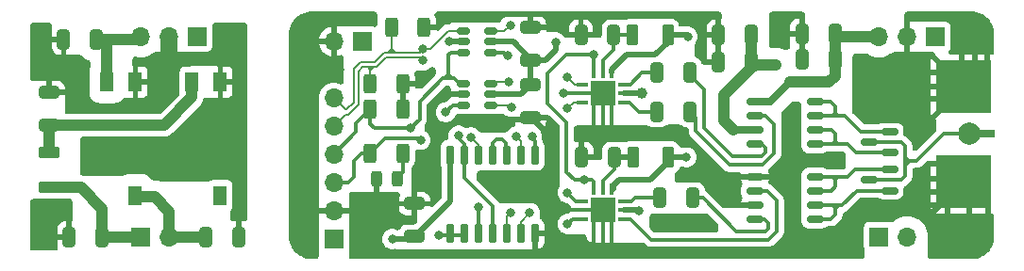
<source format=gbr>
%TF.GenerationSoftware,KiCad,Pcbnew,8.0.6*%
%TF.CreationDate,2024-11-11T23:30:30+07:00*%
%TF.ProjectId,panel,70616e65-6c2e-46b6-9963-61645f706362,rev?*%
%TF.SameCoordinates,PX6b0cc90PY5b8d800*%
%TF.FileFunction,Copper,L1,Top*%
%TF.FilePolarity,Positive*%
%FSLAX46Y46*%
G04 Gerber Fmt 4.6, Leading zero omitted, Abs format (unit mm)*
G04 Created by KiCad (PCBNEW 8.0.6) date 2024-11-11 23:30:30*
%MOMM*%
%LPD*%
G01*
G04 APERTURE LIST*
G04 Aperture macros list*
%AMRoundRect*
0 Rectangle with rounded corners*
0 $1 Rounding radius*
0 $2 $3 $4 $5 $6 $7 $8 $9 X,Y pos of 4 corners*
0 Add a 4 corners polygon primitive as box body*
4,1,4,$2,$3,$4,$5,$6,$7,$8,$9,$2,$3,0*
0 Add four circle primitives for the rounded corners*
1,1,$1+$1,$2,$3*
1,1,$1+$1,$4,$5*
1,1,$1+$1,$6,$7*
1,1,$1+$1,$8,$9*
0 Add four rect primitives between the rounded corners*
20,1,$1+$1,$2,$3,$4,$5,0*
20,1,$1+$1,$4,$5,$6,$7,0*
20,1,$1+$1,$6,$7,$8,$9,0*
20,1,$1+$1,$8,$9,$2,$3,0*%
G04 Aperture macros list end*
%TA.AperFunction,SMDPad,CuDef*%
%ADD10RoundRect,0.250000X-0.650000X0.325000X-0.650000X-0.325000X0.650000X-0.325000X0.650000X0.325000X0*%
%TD*%
%TA.AperFunction,SMDPad,CuDef*%
%ADD11RoundRect,0.175000X0.175000X0.712500X-0.175000X0.712500X-0.175000X-0.712500X0.175000X-0.712500X0*%
%TD*%
%TA.AperFunction,ComponentPad*%
%ADD12R,1.700000X1.700000*%
%TD*%
%TA.AperFunction,ComponentPad*%
%ADD13O,1.700000X1.700000*%
%TD*%
%TA.AperFunction,ComponentPad*%
%ADD14C,2.000000*%
%TD*%
%TA.AperFunction,SMDPad,CuDef*%
%ADD15RoundRect,0.087500X0.462500X-0.087500X0.462500X0.087500X-0.462500X0.087500X-0.462500X-0.087500X0*%
%TD*%
%TA.AperFunction,SMDPad,CuDef*%
%ADD16RoundRect,0.087500X-0.087500X-0.462500X0.087500X-0.462500X0.087500X0.462500X-0.087500X0.462500X0*%
%TD*%
%TA.AperFunction,SMDPad,CuDef*%
%ADD17R,2.250000X2.250000*%
%TD*%
%TA.AperFunction,SMDPad,CuDef*%
%ADD18RoundRect,0.250000X-0.325000X-0.650000X0.325000X-0.650000X0.325000X0.650000X-0.325000X0.650000X0*%
%TD*%
%TA.AperFunction,SMDPad,CuDef*%
%ADD19RoundRect,0.250000X0.275000X0.700000X-0.275000X0.700000X-0.275000X-0.700000X0.275000X-0.700000X0*%
%TD*%
%TA.AperFunction,SMDPad,CuDef*%
%ADD20RoundRect,0.250000X0.650000X-0.325000X0.650000X0.325000X-0.650000X0.325000X-0.650000X-0.325000X0*%
%TD*%
%TA.AperFunction,SMDPad,CuDef*%
%ADD21RoundRect,0.150000X0.587500X0.150000X-0.587500X0.150000X-0.587500X-0.150000X0.587500X-0.150000X0*%
%TD*%
%TA.AperFunction,SMDPad,CuDef*%
%ADD22RoundRect,0.243750X-0.243750X-0.456250X0.243750X-0.456250X0.243750X0.456250X-0.243750X0.456250X0*%
%TD*%
%TA.AperFunction,SMDPad,CuDef*%
%ADD23RoundRect,0.150000X0.450000X-0.150000X0.450000X0.150000X-0.450000X0.150000X-0.450000X-0.150000X0*%
%TD*%
%TA.AperFunction,SMDPad,CuDef*%
%ADD24RoundRect,0.250000X-0.312500X-0.625000X0.312500X-0.625000X0.312500X0.625000X-0.312500X0.625000X0*%
%TD*%
%TA.AperFunction,SMDPad,CuDef*%
%ADD25R,2.350000X0.700000*%
%TD*%
%TA.AperFunction,SMDPad,CuDef*%
%ADD26R,4.900000X4.800000*%
%TD*%
%TA.AperFunction,SMDPad,CuDef*%
%ADD27RoundRect,0.162500X0.600000X-0.162500X0.600000X0.162500X-0.600000X0.162500X-0.600000X-0.162500X0*%
%TD*%
%TA.AperFunction,SMDPad,CuDef*%
%ADD28RoundRect,0.250000X0.700000X-0.275000X0.700000X0.275000X-0.700000X0.275000X-0.700000X-0.275000X0*%
%TD*%
%TA.AperFunction,SMDPad,CuDef*%
%ADD29RoundRect,0.250000X0.325000X0.650000X-0.325000X0.650000X-0.325000X-0.650000X0.325000X-0.650000X0*%
%TD*%
%TA.AperFunction,SMDPad,CuDef*%
%ADD30R,1.200000X1.800000*%
%TD*%
%TA.AperFunction,ViaPad*%
%ADD31C,0.800000*%
%TD*%
%TA.AperFunction,ViaPad*%
%ADD32C,1.000000*%
%TD*%
%TA.AperFunction,Conductor*%
%ADD33C,0.500000*%
%TD*%
%TA.AperFunction,Conductor*%
%ADD34C,0.350000*%
%TD*%
%TA.AperFunction,Conductor*%
%ADD35C,0.300000*%
%TD*%
%TA.AperFunction,Conductor*%
%ADD36C,0.200000*%
%TD*%
%TA.AperFunction,Conductor*%
%ADD37C,1.000000*%
%TD*%
%TA.AperFunction,Conductor*%
%ADD38C,0.650000*%
%TD*%
%TA.AperFunction,Conductor*%
%ADD39C,0.700000*%
%TD*%
%TA.AperFunction,Conductor*%
%ADD40C,1.500000*%
%TD*%
G04 APERTURE END LIST*
D10*
%TO.P,C16,1*%
%TO.N,+5V*%
X45399999Y15675000D03*
%TO.P,C16,2*%
%TO.N,GND*%
X45399999Y12725000D03*
%TD*%
D11*
%TO.P,H1,1,1A*%
%TO.N,Pdamp*%
X38189999Y2274000D03*
%TO.P,H1,2,1B*%
X39459999Y2274000D03*
%TO.P,H1,3,1Y*%
%TO.N,DAMP*%
X40729999Y2274000D03*
%TO.P,H1,4,2A*%
%TO.N,Net-(H1-2A)*%
X41999999Y2274000D03*
%TO.P,H1,5,2B*%
%TO.N,P+*%
X43269999Y2274000D03*
%TO.P,H1,6,2Y*%
%TO.N,PULSE+*%
X44539999Y2274000D03*
%TO.P,H1,7,GND*%
%TO.N,GND*%
X45809999Y2274000D03*
%TO.P,H1,8,3Y*%
%TO.N,_PULSE-*%
X45809999Y9350000D03*
%TO.P,H1,9,3A*%
%TO.N,P-*%
X44539999Y9350000D03*
%TO.P,H1,10,3B*%
%TO.N,Net-(H1-3B)*%
X43269999Y9350000D03*
%TO.P,H1,11,4Y*%
X41999999Y9350000D03*
%TO.P,H1,12,4A*%
%TO.N,Net-(H1-4A)*%
X40729999Y9350000D03*
%TO.P,H1,13,4B*%
%TO.N,Net-(H1-2A)*%
X39459999Y9350000D03*
%TO.P,H1,14,VCC*%
%TO.N,+5V*%
X38189999Y9350000D03*
%TD*%
D12*
%TO.P,J3,1,1*%
%TO.N,+3.3V*%
X27749999Y1800000D03*
D13*
%TO.P,J3,2,2*%
%TO.N,GND*%
X27749999Y4340000D03*
%TO.P,J3,3,3*%
%TO.N,OE*%
X27749999Y6880000D03*
%TO.P,J3,4,4*%
%TO.N,Pdamp*%
X27749999Y9420000D03*
%TO.P,J3,5,5*%
%TO.N,P-*%
X27749999Y11960000D03*
%TO.P,J3,6,6*%
%TO.N,P+*%
X27749999Y14500000D03*
%TD*%
D14*
%TO.P,REF\u002A\u002A,1*%
%TO.N,Net-(D1-K-Pad3)*%
X84749999Y11250000D03*
%TD*%
D15*
%TO.P,IC2,1,INA*%
%TO.N,PULSE+*%
X50049999Y15700000D03*
%TO.P,IC2,2,VL*%
%TO.N,GND*%
X50049999Y14900000D03*
%TO.P,IC2,3,INB*%
%TO.N,PULSE-*%
X50049999Y14100000D03*
D16*
%TO.P,IC2,4,GND_1*%
%TO.N,GND*%
X51099999Y13050000D03*
%TO.P,IC2,5,VSS1*%
X51899999Y13050000D03*
%TO.P,IC2,6,VSS2*%
X52699999Y13050000D03*
D15*
%TO.P,IC2,7,OUTB*%
%TO.N,Net-(IC2-OUTB)*%
X53749999Y14100000D03*
%TO.P,IC2,8,VH*%
%TO.N,+5V*%
X53749999Y14900000D03*
%TO.P,IC2,9,OUTA*%
%TO.N,Net-(IC2-OUTA)*%
X53749999Y15700000D03*
D16*
%TO.P,IC2,10,VDD2*%
%TO.N,+5V*%
X52699999Y16750000D03*
%TO.P,IC2,11,VDD1*%
%TO.N,Net-(IC2-VDD1)*%
X51899999Y16750000D03*
%TO.P,IC2,12,OE*%
%TO.N,OE*%
X51099999Y16750000D03*
D17*
%TO.P,IC2,13,GND_2*%
%TO.N,GND*%
X51899999Y14900000D03*
%TD*%
D18*
%TO.P,C4,1*%
%TO.N,Net-(IC2-OUTA)*%
X56774999Y16750000D03*
%TO.P,C4,2*%
%TO.N,Net-(IC3-GP)*%
X59724999Y16750000D03*
%TD*%
%TO.P,C3,1*%
%TO.N,GND*%
X62274999Y20150000D03*
%TO.P,C3,2*%
%TO.N,+HV*%
X65224999Y20150000D03*
%TD*%
D19*
%TO.P,FB1,1*%
%TO.N,+5V*%
X57724999Y20150000D03*
%TO.P,FB1,2*%
%TO.N,Net-(IC2-VDD1)*%
X54574999Y20150000D03*
%TD*%
D20*
%TO.P,C15,1*%
%TO.N,+5V*%
X45399999Y17875000D03*
%TO.P,C15,2*%
%TO.N,GND*%
X45399999Y20825000D03*
%TD*%
D12*
%TO.P,J2,1,Pin_1*%
%TO.N,+5V*%
X30289999Y19580000D03*
D13*
%TO.P,J2,2,Pin_2*%
%TO.N,GND*%
X27749999Y19580000D03*
%TD*%
D12*
%TO.P,J6,1,Pin_1*%
%TO.N,+5V*%
X76669999Y2000000D03*
D13*
%TO.P,J6,2,Pin_2*%
%TO.N,+HV*%
X79209999Y2000000D03*
%TD*%
D21*
%TO.P,D1,1,K*%
%TO.N,Net-(IC3-DP_1)*%
X77624999Y9550000D03*
%TO.P,D1,2,A*%
%TO.N,Net-(D1-A)*%
X77624999Y11450000D03*
%TO.P,D1,3,K*%
%TO.N,Net-(D1-K-Pad3)*%
X75749999Y10500000D03*
%TD*%
D18*
%TO.P,C9,1*%
%TO.N,Net-(IC5-OUTA)*%
X57024999Y5500000D03*
%TO.P,C9,2*%
%TO.N,Net-(IC6-GP)*%
X59974999Y5500000D03*
%TD*%
D22*
%TO.P,D3,1*%
%TO.N,GND*%
X31562499Y7250000D03*
%TO.P,D3,2*%
%TO.N,Net-(D3-Pad2)*%
X33437499Y7250000D03*
%TD*%
D18*
%TO.P,C8,1*%
%TO.N,GND*%
X49974999Y9150000D03*
%TO.P,C8,2*%
%TO.N,Net-(IC5-VDD1)*%
X52924999Y9150000D03*
%TD*%
D20*
%TO.P,C14,1*%
%TO.N,+5V*%
X34999999Y2025000D03*
%TO.P,C14,2*%
%TO.N,GND*%
X34999999Y4975000D03*
%TD*%
D23*
%TO.P,IC1,1,1A*%
%TO.N,P+*%
X39349999Y20500000D03*
%TO.P,IC1,2,GND*%
%TO.N,GND*%
X39349999Y19550000D03*
%TO.P,IC1,3,2A*%
%TO.N,Pdamp*%
X39349999Y18600000D03*
%TO.P,IC1,4,2Y*%
%TO.N,Net-(H1-2A)*%
X41849999Y18600000D03*
%TO.P,IC1,5,VCC*%
%TO.N,+5V*%
X41849999Y19550000D03*
%TO.P,IC1,6,1Y*%
%TO.N,Net-(H1-4A)*%
X41849999Y20500000D03*
%TD*%
D18*
%TO.P,C6,1*%
%TO.N,GND*%
X69774999Y18000000D03*
%TO.P,C6,2*%
%TO.N,-HV*%
X72724999Y18000000D03*
%TD*%
D12*
%TO.P,J4,1,Pin_1*%
%TO.N,OE*%
X81749999Y20000000D03*
D13*
%TO.P,J4,2,Pin_2*%
%TO.N,GND*%
X79209999Y20000000D03*
%TO.P,J4,3,Pin_3*%
%TO.N,-HV*%
X76669999Y20000000D03*
%TD*%
D24*
%TO.P,R1,1*%
%TO.N,OE*%
X31037499Y9500000D03*
%TO.P,R1,2*%
%TO.N,Net-(D3-Pad2)*%
X33962499Y9500000D03*
%TD*%
D25*
%TO.P,J1,1,1*%
%TO.N,Net-(D1-K-Pad3)*%
X85850999Y11250000D03*
D26*
%TO.P,J1,2,2*%
%TO.N,GND*%
X84275999Y7000000D03*
X84275999Y15500000D03*
%TD*%
D18*
%TO.P,C5,1*%
%TO.N,Net-(IC2-OUTB)*%
X56774999Y13250000D03*
%TO.P,C5,2*%
%TO.N,Net-(IC3-GN)*%
X59724999Y13250000D03*
%TD*%
D27*
%TO.P,IC3,1,SN*%
%TO.N,-HV*%
X65537999Y14155000D03*
%TO.P,IC3,2,GN*%
%TO.N,Net-(IC3-GN)*%
X65537999Y12885000D03*
%TO.P,IC3,3,SP*%
%TO.N,+HV*%
X65537999Y11615000D03*
%TO.P,IC3,4,GP*%
%TO.N,Net-(IC3-GP)*%
X65537999Y10345000D03*
%TO.P,IC3,5,DP_1*%
%TO.N,Net-(IC3-DP_1)*%
X70961999Y10345000D03*
%TO.P,IC3,6,DP_2*%
X70961999Y11615000D03*
%TO.P,IC3,7,DN_1*%
%TO.N,Net-(D1-A)*%
X70961999Y12885000D03*
%TO.P,IC3,8,DN_2*%
X70961999Y14155000D03*
%TD*%
D21*
%TO.P,D2,1,K*%
%TO.N,Net-(IC6-DP_1)*%
X77624999Y6150000D03*
%TO.P,D2,2,A*%
%TO.N,Net-(D2-A)*%
X77624999Y8050000D03*
%TO.P,D2,3,K*%
%TO.N,Net-(D1-K-Pad3)*%
X75749999Y7100000D03*
%TD*%
D19*
%TO.P,FB2,1*%
%TO.N,+5V*%
X57774999Y9150000D03*
%TO.P,FB2,2*%
%TO.N,Net-(IC5-VDD1)*%
X54624999Y9150000D03*
%TD*%
D18*
%TO.P,C7,1*%
%TO.N,GND*%
X69774999Y20250000D03*
%TO.P,C7,2*%
%TO.N,-HV*%
X72724999Y20250000D03*
%TD*%
%TO.P,C2,1*%
%TO.N,GND*%
X62274999Y17750000D03*
%TO.P,C2,2*%
%TO.N,+HV*%
X65224999Y17750000D03*
%TD*%
%TO.P,C1,1*%
%TO.N,GND*%
X49924999Y20150000D03*
%TO.P,C1,2*%
%TO.N,Net-(IC2-VDD1)*%
X52874999Y20150000D03*
%TD*%
D24*
%TO.P,R4,1*%
%TO.N,Pdamp*%
X31037499Y13500000D03*
%TO.P,R4,2*%
%TO.N,GND*%
X33962499Y13500000D03*
%TD*%
D15*
%TO.P,IC5,1,INA*%
%TO.N,DAMP*%
X50049999Y5200000D03*
%TO.P,IC5,2,VL*%
%TO.N,GND*%
X50049999Y4400000D03*
%TO.P,IC5,3,INB*%
%TO.N,~{DAMP}*%
X50049999Y3600000D03*
D16*
%TO.P,IC5,4,GND_1*%
%TO.N,GND*%
X51099999Y2550000D03*
%TO.P,IC5,5,VSS1*%
X51899999Y2550000D03*
%TO.P,IC5,6,VSS2*%
X52699999Y2550000D03*
D15*
%TO.P,IC5,7,OUTB*%
%TO.N,Net-(IC5-OUTB)*%
X53749999Y3600000D03*
%TO.P,IC5,8,VH*%
%TO.N,+5V*%
X53749999Y4400000D03*
%TO.P,IC5,9,OUTA*%
%TO.N,Net-(IC5-OUTA)*%
X53749999Y5200000D03*
D16*
%TO.P,IC5,10,VDD2*%
%TO.N,+5V*%
X52699999Y6250000D03*
%TO.P,IC5,11,VDD1*%
%TO.N,Net-(IC5-VDD1)*%
X51899999Y6250000D03*
%TO.P,IC5,12,OE*%
%TO.N,OE*%
X51099999Y6250000D03*
D17*
%TO.P,IC5,13,GND_2*%
%TO.N,GND*%
X51899999Y4400000D03*
%TD*%
D27*
%TO.P,IC6,1,SN*%
%TO.N,GND*%
X65537999Y7405000D03*
%TO.P,IC6,2,GN*%
%TO.N,Net-(IC5-OUTB)*%
X65537999Y6135000D03*
%TO.P,IC6,3,SP*%
%TO.N,GND*%
X65537999Y4865000D03*
%TO.P,IC6,4,GP*%
%TO.N,Net-(IC6-GP)*%
X65537999Y3595000D03*
%TO.P,IC6,5,DP_1*%
%TO.N,Net-(IC6-DP_1)*%
X70961999Y3595000D03*
%TO.P,IC6,6,DP_2*%
X70961999Y4865000D03*
%TO.P,IC6,7,DN_1*%
%TO.N,Net-(D2-A)*%
X70961999Y6135000D03*
%TO.P,IC6,8,DN_2*%
X70961999Y7405000D03*
%TD*%
D23*
%TO.P,IC4,1,1A*%
%TO.N,Pdamp*%
X39349999Y15750000D03*
%TO.P,IC4,2,GND*%
%TO.N,GND*%
X39349999Y14800000D03*
%TO.P,IC4,3,2A*%
%TO.N,_PULSE-*%
X39349999Y13850000D03*
%TO.P,IC4,4,2Y*%
%TO.N,PULSE-*%
X41849999Y13850000D03*
%TO.P,IC4,5,VCC*%
%TO.N,+5V*%
X41849999Y14800000D03*
%TO.P,IC4,6,1Y*%
%TO.N,~{DAMP}*%
X41849999Y15750000D03*
%TD*%
D24*
%TO.P,R2,1*%
%TO.N,P+*%
X32937499Y20850000D03*
%TO.P,R2,2*%
%TO.N,GND*%
X35862499Y20850000D03*
%TD*%
%TO.P,R3,1*%
%TO.N,P-*%
X31037499Y15750000D03*
%TO.P,R3,2*%
%TO.N,GND*%
X33962499Y15750000D03*
%TD*%
D18*
%TO.P,C12,1*%
%TO.N,GND*%
X3525002Y19749999D03*
%TO.P,C12,2*%
%TO.N,-HV*%
X6475002Y19749999D03*
%TD*%
D10*
%TO.P,C11,1*%
%TO.N,GND*%
X2250002Y14974999D03*
%TO.P,C11,2*%
%TO.N,Net-(PS1-+VIN)*%
X2250002Y12024999D03*
%TD*%
D28*
%TO.P,L1,1*%
%TO.N,+5V*%
X2250002Y6424999D03*
%TO.P,L1,2*%
%TO.N,Net-(PS1-+VIN)*%
X2250002Y9574999D03*
%TD*%
D29*
%TO.P,C13,1*%
%TO.N,GND*%
X19225002Y1999999D03*
%TO.P,C13,2*%
%TO.N,+HV*%
X16275002Y1999999D03*
%TD*%
D30*
%TO.P,PS1,1,-VIN*%
%TO.N,GND*%
X17580002Y15924999D03*
%TO.P,PS1,2,+VIN*%
%TO.N,Net-(PS1-+VIN)*%
X15040002Y15924999D03*
%TO.P,PS1,4,COM*%
%TO.N,GND*%
X9960002Y15924999D03*
%TO.P,PS1,5,-VOUT*%
%TO.N,-HV*%
X7420002Y15924999D03*
%TO.P,PS1,7,+VOUT*%
%TO.N,+HV*%
X9960002Y5724999D03*
%TO.P,PS1,10,NC*%
%TO.N,unconnected-(PS1-NC-Pad10)*%
X17580002Y5724999D03*
%TD*%
D18*
%TO.P,C10,1*%
%TO.N,GND*%
X4025002Y1999999D03*
%TO.P,C10,2*%
%TO.N,+5V*%
X6975002Y1999999D03*
%TD*%
D12*
%TO.P,J5,1,Pin_1*%
%TO.N,OE*%
X15500002Y19999999D03*
D13*
%TO.P,J5,2,Pin_2*%
%TO.N,GND*%
X12960002Y19999999D03*
%TO.P,J5,3,Pin_3*%
%TO.N,-HV*%
X10420002Y19999999D03*
%TD*%
D12*
%TO.P,J7,1,Pin_1*%
%TO.N,+5V*%
X10420002Y1999999D03*
D13*
%TO.P,J7,2,Pin_2*%
%TO.N,+HV*%
X12960002Y1999999D03*
%TD*%
D31*
%TO.N,GND*%
X74749999Y15250000D03*
X85949999Y18850000D03*
X36749999Y6250000D03*
X47249999Y6000000D03*
X36499999Y16750000D03*
X47249999Y4000000D03*
X51249999Y5000000D03*
X61749999Y6500000D03*
X41749999Y6750000D03*
X57249999Y11250000D03*
X67249999Y20250000D03*
X60749999Y7600000D03*
X68999999Y4500000D03*
X56499999Y3000000D03*
X70249999Y2000000D03*
X60749999Y18500000D03*
X36699999Y13900000D03*
X85249999Y3700000D03*
X76249999Y16750000D03*
X53499999Y11250000D03*
X79249999Y12250000D03*
X68999999Y2000000D03*
X68999999Y5750000D03*
X74749999Y16750000D03*
X52499999Y5000000D03*
X40999999Y7500000D03*
X83999999Y750000D03*
X85249999Y750000D03*
X52499999Y3750000D03*
X86499999Y3700000D03*
X83749999Y18850000D03*
X83999999Y3700000D03*
X74749999Y13750000D03*
X68999999Y13750000D03*
X38149999Y19550000D03*
X58999999Y7500000D03*
X80899999Y6700000D03*
X80749999Y12500000D03*
X47249999Y7000000D03*
X74749999Y3750000D03*
X68999999Y3250000D03*
X35499999Y15750000D03*
X32249999Y3000000D03*
X80899999Y5550000D03*
X42499999Y6000000D03*
X77749999Y13000000D03*
X82749999Y3700000D03*
X80899999Y8100000D03*
X71749999Y9000000D03*
X67999999Y6750000D03*
X75749999Y13000000D03*
X36749999Y8250000D03*
X32249999Y5500000D03*
X74799999Y2000000D03*
X28249999Y17000000D03*
X68999999Y12750000D03*
X68249999Y19250000D03*
X57749999Y3000000D03*
X29749999Y500000D03*
X42499999Y7500000D03*
X36749999Y9250000D03*
X60499999Y2900000D03*
X61749999Y8500000D03*
X51249999Y15500000D03*
X81499999Y3700000D03*
X51499999Y11250000D03*
X80749999Y16750000D03*
X80749999Y13750000D03*
X68999999Y11750000D03*
X31249999Y21500000D03*
X31499999Y500000D03*
X52499999Y14250000D03*
X48399999Y14900000D03*
X81499999Y750000D03*
X60749999Y9500000D03*
X61749999Y2900000D03*
X58249999Y11250000D03*
X80749999Y15250000D03*
X47249999Y5000000D03*
X73249999Y2000000D03*
X52499999Y15500000D03*
X79999999Y11500000D03*
X51249999Y3750000D03*
X51249999Y14250000D03*
X63499999Y6500000D03*
X71749999Y2000000D03*
X36749999Y7250000D03*
X54749999Y11250000D03*
X49749999Y11250000D03*
X79249999Y16750000D03*
X73249999Y9000000D03*
X67249999Y7500000D03*
X77749999Y16750000D03*
X29249999Y21500000D03*
X29999999Y5500000D03*
X86499999Y1500000D03*
X37799999Y14800000D03*
X82749999Y750000D03*
%TO.N,+5V*%
X32999999Y1800000D03*
X47649999Y19500000D03*
D32*
X55399999Y14900000D03*
D31*
X59399999Y9150000D03*
X59499999Y20000000D03*
X55124999Y4350000D03*
%TO.N,Pdamp*%
X37199999Y2150000D03*
X34649999Y11750000D03*
%TO.N,DAMP*%
X40699999Y4650000D03*
X48724999Y5950000D03*
%TO.N,Net-(H1-2A)*%
X38949999Y11100000D03*
X43349999Y18300000D03*
%TO.N,P+*%
X35749999Y18900000D03*
X43599999Y4150000D03*
%TO.N,PULSE+*%
X45349999Y4150000D03*
X48724999Y16350000D03*
%TO.N,_PULSE-*%
X37799999Y13200000D03*
X45524999Y11025000D03*
%TO.N,P-*%
X44099999Y11025000D03*
X35749999Y17850000D03*
%TO.N,Net-(H1-4A)*%
X43599999Y21050000D03*
X40062499Y10962500D03*
%TO.N,PULSE-*%
X48724999Y13550000D03*
X43724999Y13650000D03*
%TO.N,OE*%
X51099999Y18400000D03*
X35549999Y10700000D03*
X50199999Y7150000D03*
%TO.N,~{DAMP}*%
X43449999Y15950000D03*
X48724999Y3150000D03*
%TO.N,+HV*%
X67449999Y17500000D03*
X66499999Y17450000D03*
%TO.N,GND*%
X19500002Y20749999D03*
X2250002Y16499999D03*
X5500002Y10499999D03*
X16500002Y7499999D03*
X16500002Y13999999D03*
X1000002Y4749999D03*
X19500002Y7999999D03*
X11750002Y15999999D03*
X7500002Y13499999D03*
X1000002Y20749999D03*
X17250002Y20749999D03*
X8750002Y10499999D03*
X12000002Y13499999D03*
X19500002Y12249999D03*
X5250002Y17499999D03*
X1000002Y16499999D03*
X19500002Y4249999D03*
X16500002Y10499999D03*
X12750002Y7999999D03*
X12750002Y10499999D03*
X5500002Y7999999D03*
X4250002Y13499999D03*
X19500002Y16749999D03*
X1000002Y1249999D03*
X2000002Y19749999D03*
%TD*%
D33*
%TO.N,GND*%
X51874999Y4375000D02*
X51899999Y4400000D01*
X51099999Y3600000D02*
X51874999Y4375000D01*
D34*
X50049999Y14900000D02*
X48399999Y14900000D01*
X51099999Y13050000D02*
X51099999Y14100000D01*
D33*
X85249999Y19000000D02*
X85249999Y16700000D01*
D34*
X50049999Y4400000D02*
X48374999Y4400000D01*
D33*
X45449999Y22000000D02*
X44049999Y22000000D01*
D35*
X48374999Y4400000D02*
X48324999Y4350000D01*
D34*
X51299999Y4400000D02*
X50249999Y4400000D01*
D33*
X39349999Y19550000D02*
X38149999Y19550000D01*
D35*
X60749999Y18750000D02*
X60874999Y18750000D01*
D33*
X33962499Y15750000D02*
X33962499Y13500000D01*
D34*
X51099999Y2550000D02*
X51099999Y1000000D01*
D33*
X45474999Y12725000D02*
X47149999Y11050000D01*
D34*
X51099999Y13050000D02*
X51099999Y11500000D01*
D33*
X42549999Y22000000D02*
X42449999Y21900000D01*
X39349999Y14800000D02*
X37799999Y14800000D01*
D34*
X52699999Y2550000D02*
X52699999Y3600000D01*
D33*
X80599999Y14400000D02*
X82899999Y14400000D01*
X86349999Y18950000D02*
X86349999Y16650000D01*
X67999999Y20250000D02*
X69774999Y20250000D01*
X83149999Y7200000D02*
X80849999Y7200000D01*
D34*
X51899999Y13050000D02*
X51899999Y11500000D01*
D33*
X83349999Y8550000D02*
X81049999Y8550000D01*
X86449999Y5250000D02*
X86449999Y2950000D01*
D34*
X52699999Y2550000D02*
X52699999Y1000000D01*
D33*
X45399999Y20825000D02*
X45399999Y21950000D01*
D34*
X52699999Y13050000D02*
X52699999Y14100000D01*
D33*
X47649999Y22000000D02*
X47799999Y21850000D01*
D34*
X51899999Y2550000D02*
X51899999Y3600000D01*
D33*
X44049999Y22000000D02*
X47649999Y22000000D01*
D34*
X51099999Y2550000D02*
X51099999Y3600000D01*
X51899999Y2550000D02*
X51899999Y1000000D01*
X50049999Y14900000D02*
X51099999Y14900000D01*
D33*
X82799999Y5350000D02*
X82799999Y3050000D01*
X80649999Y16800000D02*
X82949999Y16800000D01*
X45399999Y21950000D02*
X45449999Y22000000D01*
X45087499Y12550000D02*
X42712499Y12550000D01*
D34*
X51899999Y13050000D02*
X51899999Y14100000D01*
D33*
X83099999Y4850000D02*
X80799999Y4850000D01*
X80675999Y15500000D02*
X82975999Y15500000D01*
D35*
X65537999Y4865000D02*
X65134999Y4865000D01*
D33*
X84749999Y5250000D02*
X84749999Y2950000D01*
X44049999Y22000000D02*
X42549999Y22000000D01*
X83149999Y6000000D02*
X80849999Y6000000D01*
D34*
X52699999Y13050000D02*
X52699999Y11500000D01*
D33*
X45399999Y12725000D02*
X45474999Y12725000D01*
X84099999Y18950000D02*
X84099999Y16650000D01*
D35*
%TO.N,Net-(IC2-VDD1)*%
X52874999Y20150000D02*
X54574999Y20150000D01*
D34*
X51899999Y17850000D02*
X52874999Y18825000D01*
X52874999Y18825000D02*
X52874999Y20150000D01*
X51899999Y16750000D02*
X51899999Y17850000D01*
D33*
%TO.N,+5V*%
X57774999Y9150000D02*
X59399999Y9150000D01*
X53749999Y14900000D02*
X55399999Y14900000D01*
X38189999Y5190000D02*
X38189999Y9350000D01*
X57774999Y8775000D02*
X56149999Y7150000D01*
X34999999Y2025000D02*
X35024999Y2025000D01*
X46724999Y17875000D02*
X45399999Y17875000D01*
X57724999Y19475000D02*
X56599999Y18350000D01*
X53324999Y7150000D02*
X52824999Y6650000D01*
X35024999Y2025000D02*
X38189999Y5190000D01*
X43849999Y19550000D02*
X41849999Y19550000D01*
X57774999Y9150000D02*
X57774999Y8775000D01*
X47649999Y19500000D02*
X47649999Y18800000D01*
X57724999Y20150000D02*
X57724999Y19475000D01*
X32999999Y1800000D02*
X34774999Y1800000D01*
X41849999Y14800000D02*
X44524999Y14800000D01*
X44524999Y14800000D02*
X45399999Y15675000D01*
X59499999Y20000000D02*
X59349999Y20150000D01*
X55074999Y4400000D02*
X55124999Y4350000D01*
X47649999Y18800000D02*
X46724999Y17875000D01*
X52824999Y6650000D02*
X52824999Y6250000D01*
X53999999Y18350000D02*
X52699999Y17050000D01*
X45399999Y17875000D02*
X45399999Y18000000D01*
X56149999Y7150000D02*
X53324999Y7150000D01*
X56599999Y18350000D02*
X53999999Y18350000D01*
X45399999Y17875000D02*
X45399999Y15675000D01*
X45399999Y18000000D02*
X43849999Y19550000D01*
X53749999Y4400000D02*
X55074999Y4400000D01*
X59349999Y20150000D02*
X57724999Y20150000D01*
X34774999Y1800000D02*
X34999999Y2025000D01*
X52699999Y17050000D02*
X52699999Y16775000D01*
D35*
%TO.N,Net-(IC2-OUTA)*%
X55399999Y16750000D02*
X56774999Y16750000D01*
X53749999Y15700000D02*
X54349999Y15700000D01*
X54349999Y15700000D02*
X55399999Y16750000D01*
%TO.N,Net-(IC3-GP)*%
X59724999Y16525000D02*
X59724999Y16750000D01*
X63499999Y9250000D02*
X60999999Y11750000D01*
X60999999Y11750000D02*
X60999999Y15250000D01*
X66154999Y10345000D02*
X66499999Y10000000D01*
X66499999Y10000000D02*
X66499999Y9625000D01*
X60999999Y15250000D02*
X59724999Y16525000D01*
X65537999Y10345000D02*
X66154999Y10345000D01*
X66499999Y9625000D02*
X66124999Y9250000D01*
X66124999Y9250000D02*
X63499999Y9250000D01*
%TO.N,Net-(IC2-OUTB)*%
X53749999Y14100000D02*
X54249999Y14100000D01*
X54249999Y14100000D02*
X55099999Y13250000D01*
X55099999Y13250000D02*
X56774999Y13250000D01*
%TO.N,Net-(IC3-GN)*%
X65537999Y12885000D02*
X66489999Y12885000D01*
X66249999Y8500000D02*
X63249999Y8500000D01*
X66489999Y12885000D02*
X67249999Y12125000D01*
X63249999Y8500000D02*
X60249999Y11500000D01*
X67249999Y9500000D02*
X66249999Y8500000D01*
X60249999Y11500000D02*
X60249999Y12725000D01*
X60249999Y12725000D02*
X59724999Y13250000D01*
X67249999Y12125000D02*
X67249999Y9500000D01*
D33*
%TO.N,Net-(IC5-VDD1)*%
X52924999Y9150000D02*
X54624999Y9150000D01*
D35*
X52924999Y8050000D02*
X52924999Y9150000D01*
X51899999Y7025000D02*
X52924999Y8050000D01*
X51899999Y6250000D02*
X51899999Y7025000D01*
%TO.N,Net-(IC5-OUTA)*%
X56974999Y5550000D02*
X57024999Y5500000D01*
X53749999Y5200000D02*
X54449999Y5200000D01*
X54449999Y5200000D02*
X54799999Y5550000D01*
X54799999Y5550000D02*
X56974999Y5550000D01*
%TO.N,Net-(IC6-GP)*%
X66499999Y2500000D02*
X63849999Y2500000D01*
X66404999Y3595000D02*
X66749999Y3250000D01*
X65537999Y3595000D02*
X66404999Y3595000D01*
X63849999Y2500000D02*
X60849999Y5500000D01*
X60849999Y5500000D02*
X59974999Y5500000D01*
X66749999Y2750000D02*
X66499999Y2500000D01*
X66749999Y3250000D02*
X66749999Y2750000D01*
%TO.N,Net-(IC3-DP_1)*%
X70961999Y11615000D02*
X72384999Y11615000D01*
X72749999Y11250000D02*
X72749999Y10750000D01*
X73804999Y10345000D02*
X72999999Y10345000D01*
X72749999Y10345000D02*
X72499999Y10345000D01*
X72384999Y11615000D02*
X72749999Y11250000D01*
X72499999Y10345000D02*
X70961999Y10345000D01*
X72999999Y10345000D02*
X72749999Y10345000D01*
X72749999Y10595000D02*
X72499999Y10345000D01*
X74599999Y9550000D02*
X73804999Y10345000D01*
X77624999Y9550000D02*
X74599999Y9550000D01*
X72749999Y10595000D02*
X72999999Y10345000D01*
X72749999Y10750000D02*
X72749999Y10345000D01*
X72749999Y10750000D02*
X72749999Y10595000D01*
%TO.N,Net-(D1-A)*%
X72749999Y13135000D02*
X72999999Y12885000D01*
X73614999Y12885000D02*
X72999999Y12885000D01*
X77624999Y11450000D02*
X75049999Y11450000D01*
X75049999Y11450000D02*
X73614999Y12885000D01*
X72749999Y13250000D02*
X72749999Y13135000D01*
X72499999Y12885000D02*
X70961999Y12885000D01*
X72999999Y12885000D02*
X72749999Y12885000D01*
X72749999Y13135000D02*
X72499999Y12885000D01*
X70961999Y14155000D02*
X72344999Y14155000D01*
X72749999Y12885000D02*
X72499999Y12885000D01*
X72344999Y14155000D02*
X72749999Y13750000D01*
X72749999Y13250000D02*
X72749999Y12885000D01*
X72749999Y13750000D02*
X72749999Y13250000D01*
%TO.N,Net-(D1-K-Pad3)*%
X78649999Y7100000D02*
X78999999Y7450000D01*
X79399999Y8850000D02*
X80049999Y8850000D01*
X78999999Y7450000D02*
X78999999Y8450000D01*
X78649999Y10500000D02*
X75749999Y10500000D01*
X79399999Y8850000D02*
X78999999Y8450000D01*
X78999999Y8850000D02*
X79399999Y8850000D01*
X78999999Y9200000D02*
X78999999Y10150000D01*
X75749999Y7100000D02*
X78649999Y7100000D01*
X78999999Y8450000D02*
X78999999Y8850000D01*
X78999999Y10150000D02*
X78649999Y10500000D01*
X82449999Y11250000D02*
X85849999Y11250000D01*
X79399999Y8850000D02*
X79349999Y8850000D01*
X78999999Y8850000D02*
X78999999Y9200000D01*
X80049999Y8850000D02*
X82449999Y11250000D01*
X79349999Y8850000D02*
X78999999Y9200000D01*
%TO.N,Net-(IC6-DP_1)*%
X73049999Y4850000D02*
X72749999Y4550000D01*
X72344999Y3595000D02*
X72749999Y4000000D01*
X73049999Y4865000D02*
X73049999Y4850000D01*
X73049999Y4865000D02*
X73364999Y4865000D01*
X72449999Y4865000D02*
X72449999Y4850000D01*
X72749999Y4000000D02*
X72749999Y4550000D01*
X72749999Y4550000D02*
X72749999Y4865000D01*
X70961999Y3595000D02*
X72344999Y3595000D01*
X72749999Y4865000D02*
X73049999Y4865000D01*
X72449999Y4865000D02*
X72749999Y4865000D01*
X74649999Y6150000D02*
X77624999Y6150000D01*
X70961999Y4865000D02*
X72449999Y4865000D01*
X73364999Y4865000D02*
X74649999Y6150000D01*
X72449999Y4850000D02*
X72749999Y4550000D01*
%TO.N,Net-(D2-A)*%
X77624999Y8050000D02*
X74499999Y8050000D01*
X72749999Y7405000D02*
X72499999Y7405000D01*
X72749999Y7000000D02*
X72749999Y7155000D01*
X72749999Y7155000D02*
X72499999Y7405000D01*
X72499999Y7405000D02*
X70961999Y7405000D01*
X72384999Y6135000D02*
X72749999Y6500000D01*
X73854999Y7405000D02*
X72999999Y7405000D01*
X72749999Y6500000D02*
X72749999Y7000000D01*
X72999999Y7405000D02*
X72749999Y7405000D01*
X72749999Y7000000D02*
X72749999Y7405000D01*
X72749999Y7155000D02*
X72999999Y7405000D01*
X70961999Y6135000D02*
X72384999Y6135000D01*
X74499999Y8050000D02*
X73854999Y7405000D01*
%TO.N,Net-(D3-Pad2)*%
X33437499Y7250000D02*
X33962499Y7775000D01*
X33962499Y7775000D02*
X33962499Y9500000D01*
%TO.N,Pdamp*%
X39349999Y18600000D02*
X38299999Y18600000D01*
X38299999Y18600000D02*
X38049999Y18350000D01*
X35449999Y12550000D02*
X34649999Y11750000D01*
X38049999Y16700000D02*
X38049999Y16600000D01*
X34649999Y11750000D02*
X31449999Y11750000D01*
X37199999Y2150000D02*
X38065999Y2150000D01*
X38065999Y2150000D02*
X38189999Y2274000D01*
X39335999Y2150000D02*
X39459999Y2274000D01*
X35449999Y14200000D02*
X35449999Y12550000D01*
X38049999Y16700000D02*
X38049999Y16250000D01*
X37699999Y16250000D02*
X37499999Y16250000D01*
X38399999Y16250000D02*
X38049999Y16250000D01*
X37699999Y16250000D02*
X38049999Y16250000D01*
X39049999Y15750000D02*
X38549999Y16250000D01*
X39349999Y15750000D02*
X39049999Y15750000D01*
X38049999Y16600000D02*
X38399999Y16250000D01*
X38049999Y16600000D02*
X37699999Y16250000D01*
X37199999Y2150000D02*
X39335999Y2150000D01*
X29768749Y12231250D02*
X31037499Y13500000D01*
X31037499Y12162500D02*
X31037499Y13500000D01*
X31449999Y11750000D02*
X31037499Y12162500D01*
X29768749Y11468750D02*
X29768749Y12231250D01*
X37499999Y16250000D02*
X35449999Y14200000D01*
X27749999Y9420000D02*
X27749999Y9450000D01*
X38549999Y16250000D02*
X38399999Y16250000D01*
X27749999Y9450000D02*
X29768749Y11468750D01*
X38049999Y18350000D02*
X38049999Y16700000D01*
%TO.N,DAMP*%
X40699999Y2304000D02*
X40729999Y2274000D01*
X40747999Y2292000D02*
X40729999Y2274000D01*
X49474999Y5200000D02*
X50049999Y5200000D01*
X48724999Y5950000D02*
X49474999Y5200000D01*
X40699999Y4650000D02*
X40699999Y2304000D01*
%TO.N,Net-(H1-2A)*%
X39459999Y10340000D02*
X39459999Y9350000D01*
X38949999Y11100000D02*
X38949999Y10850000D01*
X41999999Y2274000D02*
X41999999Y4750000D01*
X43349999Y18300000D02*
X43049999Y18600000D01*
X41999999Y4750000D02*
X39459999Y7290000D01*
X39459999Y7290000D02*
X39459999Y9350000D01*
X38949999Y10850000D02*
X39459999Y10340000D01*
X43049999Y18600000D02*
X41849999Y18600000D01*
D36*
%TO.N,P+*%
X32937499Y18662501D02*
X32999999Y18600001D01*
X35749999Y18900000D02*
X36399999Y18900000D01*
X32281800Y18600001D02*
X32749999Y18600001D01*
X27749999Y14500000D02*
X28794998Y13455001D01*
X28794998Y13455001D02*
X28886800Y13455001D01*
X43269999Y2274000D02*
X43269999Y3820000D01*
X32937499Y20850000D02*
X32899999Y20812500D01*
X37999999Y20500000D02*
X39349999Y20500000D01*
X33249999Y18600001D02*
X35450000Y18600001D01*
X32600000Y18600001D02*
X32549999Y18600001D01*
X35450000Y18600001D02*
X35749999Y18900000D01*
X32937499Y19000000D02*
X32937499Y18937500D01*
X32937499Y18937500D02*
X32600000Y18600001D01*
X32937499Y19000000D02*
X32937499Y18662501D01*
X30156799Y17725000D02*
X31406799Y17725000D01*
X36399999Y18900000D02*
X37999999Y20500000D01*
X43269999Y3820000D02*
X43599999Y4150000D01*
X29524999Y14093200D02*
X29524999Y17093200D01*
X28886800Y13455001D02*
X29524999Y14093200D01*
X32999999Y18600001D02*
X33249999Y18600001D01*
X32937499Y20850000D02*
X32937499Y19000000D01*
X32749999Y18600001D02*
X32999999Y18600001D01*
X32937499Y19000000D02*
X32937499Y18912501D01*
X29524999Y17093200D02*
X30156799Y17725000D01*
X31406799Y17725000D02*
X32281800Y18600001D01*
X32937499Y18912501D02*
X33249999Y18600001D01*
%TO.N,PULSE+*%
X48724999Y16350000D02*
X49374999Y15700000D01*
X49374999Y15700000D02*
X50049999Y15700000D01*
X44539999Y3340000D02*
X44539999Y2274000D01*
X45349999Y4150000D02*
X44539999Y3340000D01*
D35*
%TO.N,_PULSE-*%
X45809999Y10560000D02*
X45809999Y9350000D01*
X45524999Y10845000D02*
X45809999Y10560000D01*
X38449999Y13850000D02*
X37799999Y13200000D01*
D36*
X45669999Y9350000D02*
X45709999Y9390000D01*
D35*
X45524999Y11025000D02*
X45524999Y10845000D01*
X39349999Y13850000D02*
X38449999Y13850000D01*
D36*
%TO.N,P-*%
X30999999Y17275000D02*
X31349999Y17275000D01*
X31037499Y15750000D02*
X31037499Y17000000D01*
X29974999Y16906800D02*
X30343199Y17275000D01*
X44099999Y11025000D02*
X44539999Y10585000D01*
X44539999Y10585000D02*
X44539999Y9350000D01*
X35450000Y18149999D02*
X35749999Y17850000D01*
X31037499Y17000000D02*
X31037499Y17037500D01*
X31349999Y17275000D02*
X31593199Y17275000D01*
X31037499Y17237500D02*
X30999999Y17275000D01*
X31037499Y17000000D02*
X31037499Y17237500D01*
X30799999Y17275000D02*
X30999999Y17275000D01*
X30343199Y17275000D02*
X30799999Y17275000D01*
X29073198Y13004999D02*
X29974999Y13906800D01*
X31037499Y17037500D02*
X30799999Y17275000D01*
X29974999Y13906800D02*
X29974999Y16906800D01*
X28794998Y13004999D02*
X29073198Y13004999D01*
X32468198Y18149999D02*
X35450000Y18149999D01*
X31593199Y17275000D02*
X32468198Y18149999D01*
X31037499Y17000000D02*
X31074999Y17000000D01*
X27749999Y11960000D02*
X28794998Y13004999D01*
X31074999Y17000000D02*
X31349999Y17275000D01*
D35*
%TO.N,Net-(H1-3B)*%
X43269999Y9350000D02*
X43189999Y9430000D01*
X42349999Y10750000D02*
X41999999Y10400000D01*
X41999999Y10400000D02*
X41999999Y9350000D01*
X43189999Y9430000D02*
X43189999Y10410000D01*
X43189999Y10410000D02*
X42849999Y10750000D01*
X42849999Y10750000D02*
X42349999Y10750000D01*
D36*
%TO.N,Net-(H1-4A)*%
X40729999Y10295000D02*
X40729999Y9350000D01*
X43049999Y20500000D02*
X41849999Y20500000D01*
X43599999Y21050000D02*
X43049999Y20500000D01*
X40062499Y10962500D02*
X40729999Y10295000D01*
%TO.N,PULSE-*%
X49274999Y14100000D02*
X50049999Y14100000D01*
X48724999Y13550000D02*
X49274999Y14100000D01*
X43724999Y13650000D02*
X43574999Y13800000D01*
X41899999Y13800000D02*
X41849999Y13850000D01*
X43574999Y13800000D02*
X41899999Y13800000D01*
D35*
%TO.N,OE*%
X27749999Y6880000D02*
X29079999Y6880000D01*
X51099999Y18400000D02*
X51049999Y18350000D01*
X46949999Y14000000D02*
X48649999Y12300000D01*
X30249999Y9500000D02*
X31037499Y9500000D01*
X49349999Y7150000D02*
X50199999Y7150000D01*
X46949999Y16700000D02*
X46949999Y14000000D01*
X48649999Y7850000D02*
X49349999Y7150000D01*
X51049999Y18350000D02*
X48599999Y18350000D01*
X29549999Y8800000D02*
X30249999Y9500000D01*
X32387499Y10850000D02*
X31037499Y9500000D01*
X29079999Y6880000D02*
X29549999Y7350000D01*
X50899999Y7150000D02*
X51099999Y6950000D01*
X48649999Y12300000D02*
X48649999Y7850000D01*
X48599999Y18350000D02*
X46949999Y16700000D01*
X29549999Y7350000D02*
X29549999Y8800000D01*
X51099999Y18400000D02*
X51099999Y16750000D01*
X35399999Y10850000D02*
X32387499Y10850000D01*
X35549999Y10700000D02*
X35399999Y10850000D01*
X51099999Y6950000D02*
X51099999Y6250000D01*
X50199999Y7150000D02*
X50899999Y7150000D01*
D36*
%TO.N,~{DAMP}*%
X43449999Y15950000D02*
X42049999Y15950000D01*
D35*
X48724999Y3150000D02*
X49174999Y3600000D01*
D36*
X42049999Y15950000D02*
X41849999Y15750000D01*
D35*
X49174999Y3600000D02*
X50049999Y3600000D01*
%TO.N,Net-(IC5-OUTB)*%
X67499999Y2500000D02*
X66749999Y1750000D01*
X54349999Y3600000D02*
X53749999Y3600000D01*
X66749999Y1750000D02*
X56199999Y1750000D01*
X67499999Y5250000D02*
X67499999Y2500000D01*
X56199999Y1750000D02*
X54349999Y3600000D01*
X65537999Y6135000D02*
X66614999Y6135000D01*
X66614999Y6135000D02*
X67499999Y5250000D01*
D33*
%TO.N,-HV*%
X66654999Y14155000D02*
X65537999Y14155000D01*
D37*
X72724999Y18000000D02*
X72724999Y16475000D01*
X72724999Y20250000D02*
X72724999Y18000000D01*
X72149999Y15900000D02*
X68649999Y15900000D01*
X72974999Y20000000D02*
X72724999Y20250000D01*
D38*
X66904999Y14155000D02*
X65537999Y14155000D01*
D37*
X76669999Y20000000D02*
X72974999Y20000000D01*
X72724999Y16475000D02*
X72149999Y15900000D01*
D39*
X68649999Y15900000D02*
X66904999Y14155000D01*
D37*
%TO.N,+HV*%
X65224999Y17750000D02*
X65224999Y20150000D01*
D38*
X63634999Y11615000D02*
X65537999Y11615000D01*
D37*
X62749999Y12500000D02*
X63634999Y11615000D01*
X67449999Y17500000D02*
X65474999Y17500000D01*
X62749999Y12500000D02*
X62749999Y14750000D01*
X62749999Y14750000D02*
X65224999Y17225000D01*
X66199999Y17500000D02*
X65474999Y17500000D01*
D33*
X65224999Y17225000D02*
X65224999Y20150000D01*
X65474999Y17500000D02*
X65224999Y17750000D01*
%TO.N,GND*%
X12960002Y18039999D02*
X13000002Y17999999D01*
X11675002Y15924999D02*
X11750002Y15999999D01*
X3525002Y19749999D02*
X2000002Y19749999D01*
X9960002Y15924999D02*
X11675002Y15924999D01*
D40*
X12960002Y19999999D02*
X12960002Y18039999D01*
D33*
X2250002Y14974999D02*
X2250002Y16499999D01*
D37*
%TO.N,+5V*%
X6975002Y1999999D02*
X10420002Y1999999D01*
X6975002Y4524999D02*
X5075002Y6424999D01*
X6975002Y1999999D02*
X6975002Y4524999D01*
X5075002Y6424999D02*
X2250002Y6424999D01*
%TO.N,Net-(PS1-+VIN)*%
X12525002Y12024999D02*
X2250002Y12024999D01*
X2250002Y12024999D02*
X2250002Y9574999D01*
X15040002Y14539999D02*
X12525002Y12024999D01*
X15040002Y15924999D02*
X15040002Y14539999D01*
%TO.N,-HV*%
X6475002Y19749999D02*
X10170002Y19749999D01*
X7420002Y19749999D02*
X6475002Y19749999D01*
X7420002Y15924999D02*
X7420002Y19749999D01*
X10170002Y19749999D02*
X10420002Y19999999D01*
%TO.N,+HV*%
X12960002Y1999999D02*
X16275002Y1999999D01*
X11675002Y5574999D02*
X9960002Y5574999D01*
X12960002Y4289999D02*
X11675002Y5574999D01*
X12960002Y1999999D02*
X12960002Y4289999D01*
%TD*%
%TA.AperFunction,Conductor*%
%TO.N,GND*%
G36*
X31496287Y22231046D02*
G01*
X31577069Y22177070D01*
X31631045Y22096288D01*
X31649999Y22001000D01*
X31649999Y21132589D01*
X31631045Y21037301D01*
X31577069Y20956519D01*
X31496287Y20902543D01*
X31400999Y20883589D01*
X31313985Y20899288D01*
X31247483Y20924091D01*
X31247484Y20924091D01*
X31187872Y20930500D01*
X29392133Y20930500D01*
X29392129Y20930500D01*
X29392127Y20930499D01*
X29379313Y20929122D01*
X29332518Y20924092D01*
X29332513Y20924091D01*
X29310016Y20915699D01*
X29223001Y20900000D01*
X28072474Y20900000D01*
X28008027Y20908485D01*
X27999999Y20910636D01*
X27999999Y20900000D01*
X27799999Y20900000D01*
X27999999Y20891112D01*
X27999999Y20013012D01*
X27942992Y20045925D01*
X27815825Y20080000D01*
X27684173Y20080000D01*
X27557006Y20045925D01*
X27499999Y20013012D01*
X27499999Y20910636D01*
X27499997Y20910637D01*
X27286515Y20853434D01*
X27286504Y20853430D01*
X27072427Y20753604D01*
X27072419Y20753600D01*
X26878922Y20618111D01*
X26711888Y20451077D01*
X26576399Y20257580D01*
X26576395Y20257572D01*
X26476569Y20043495D01*
X26476565Y20043484D01*
X26419362Y19830002D01*
X26419363Y19830000D01*
X27316987Y19830000D01*
X27284074Y19772993D01*
X27249999Y19645826D01*
X27249999Y19514174D01*
X27284074Y19387007D01*
X27316987Y19330000D01*
X26419363Y19330000D01*
X26419362Y19329999D01*
X26476565Y19116517D01*
X26476565Y19116515D01*
X26576398Y18902424D01*
X26711888Y18708924D01*
X26878922Y18541890D01*
X27072422Y18406400D01*
X27286510Y18306569D01*
X27499999Y18249365D01*
X27499999Y19146988D01*
X27557006Y19114075D01*
X27684173Y19080000D01*
X27815825Y19080000D01*
X27942992Y19114075D01*
X27999999Y19146988D01*
X27999999Y18249365D01*
X28213487Y18306569D01*
X28295767Y18344936D01*
X28390138Y18368028D01*
X28486162Y18353249D01*
X28569221Y18302847D01*
X28626670Y18224497D01*
X28649762Y18130126D01*
X28649999Y18119265D01*
X28649999Y15961288D01*
X28631045Y15866000D01*
X28577069Y15785218D01*
X28496287Y15731242D01*
X28400999Y15712288D01*
X28305711Y15731242D01*
X28295769Y15735617D01*
X28213666Y15773902D01*
X28213663Y15773903D01*
X27985400Y15835065D01*
X27750004Y15855659D01*
X27749994Y15855659D01*
X27514597Y15835065D01*
X27286334Y15773903D01*
X27286332Y15773902D01*
X27072176Y15674039D01*
X27072168Y15674035D01*
X26878599Y15538496D01*
X26711503Y15371400D01*
X26575964Y15177831D01*
X26575960Y15177823D01*
X26476097Y14963667D01*
X26476096Y14963665D01*
X26472301Y14949500D01*
X26414936Y14735408D01*
X26414935Y14735405D01*
X26414935Y14735402D01*
X26407397Y14649245D01*
X26387310Y14580332D01*
X26399051Y14446142D01*
X26399999Y14424439D01*
X26399999Y12035550D01*
X26399051Y12013847D01*
X26394340Y11960004D01*
X26394340Y11959998D01*
X26399051Y11906156D01*
X26399999Y11884452D01*
X26399999Y9495550D01*
X26399051Y9473847D01*
X26394340Y9420004D01*
X26394340Y9419998D01*
X26399051Y9366156D01*
X26399999Y9344452D01*
X26399999Y6955550D01*
X26399051Y6933847D01*
X26394717Y6884306D01*
X26394340Y6880000D01*
X26397189Y6847431D01*
X26399051Y6826156D01*
X26399999Y6804452D01*
X26399999Y4600000D01*
X26400000Y4600000D01*
X26410000Y4590000D01*
X27316987Y4590000D01*
X27284074Y4532993D01*
X27249999Y4405826D01*
X27249999Y4274174D01*
X27284074Y4147007D01*
X27316987Y4090000D01*
X26419362Y4090000D01*
X26399999Y4064766D01*
X26399999Y2713867D01*
X26399642Y2700536D01*
X26399499Y2697869D01*
X26399499Y902130D01*
X26399642Y899481D01*
X26399999Y886151D01*
X26399999Y249000D01*
X26381045Y153712D01*
X26327069Y72930D01*
X26246287Y18954D01*
X26150999Y0D01*
X25752203Y0D01*
X25747834Y38D01*
X25623100Y2227D01*
X25592132Y4709D01*
X25552886Y10336D01*
X25343081Y40415D01*
X25308461Y47925D01*
X25069106Y117996D01*
X25035900Y130343D01*
X24808915Y233672D01*
X24777798Y250606D01*
X24567774Y385101D01*
X24539375Y406279D01*
X24404094Y523023D01*
X24350548Y569232D01*
X24325457Y594212D01*
X24161669Y782312D01*
X24140370Y810609D01*
X24004937Y1020043D01*
X23987865Y1051085D01*
X23965565Y1099500D01*
X23883530Y1277609D01*
X23871036Y1310759D01*
X23865558Y1329167D01*
X23799902Y1549803D01*
X23792241Y1584383D01*
X23755426Y1833299D01*
X23752808Y1864206D01*
X23750058Y1988454D01*
X23749999Y1993781D01*
X23749999Y20247804D01*
X23750039Y20252243D01*
X23750608Y20284153D01*
X23752269Y20377281D01*
X23754763Y20408275D01*
X23790675Y20658053D01*
X23798226Y20692761D01*
X23844386Y20849968D01*
X23868691Y20932743D01*
X23881101Y20966015D01*
X23985003Y21193529D01*
X24002025Y21224701D01*
X24002027Y21224704D01*
X24137250Y21435115D01*
X24158527Y21463537D01*
X24322321Y21652567D01*
X24347435Y21677680D01*
X24536462Y21841472D01*
X24564884Y21862749D01*
X24775302Y21997977D01*
X24806470Y22014996D01*
X25033984Y22118898D01*
X25067256Y22131308D01*
X25307240Y22201774D01*
X25341946Y22209324D01*
X25591726Y22245237D01*
X25622718Y22247730D01*
X25747756Y22249961D01*
X25752196Y22250000D01*
X31400999Y22250000D01*
X31496287Y22231046D01*
G37*
%TD.AperFunction*%
%TA.AperFunction,Conductor*%
G36*
X38096287Y15580546D02*
G01*
X38177069Y15526570D01*
X38231045Y15445788D01*
X38249999Y15350500D01*
X38249999Y14550000D01*
X38220022Y14520023D01*
X38177069Y14455737D01*
X38139335Y14424770D01*
X38035326Y14355275D01*
X37851733Y14171682D01*
X37770952Y14117706D01*
X37717900Y14104230D01*
X37718117Y14103213D01*
X37520202Y14061146D01*
X37520188Y14061142D01*
X37347270Y13984153D01*
X37194125Y13872886D01*
X37067468Y13732220D01*
X36972821Y13568286D01*
X36914324Y13388256D01*
X36894539Y13200000D01*
X36914324Y13011745D01*
X36940101Y12932415D01*
X36972820Y12831716D01*
X37067466Y12667784D01*
X37067468Y12667781D01*
X37187790Y12534151D01*
X37194128Y12527112D01*
X37272281Y12470331D01*
X37347270Y12415848D01*
X37520188Y12338859D01*
X37520191Y12338858D01*
X37520196Y12338856D01*
X37705353Y12299500D01*
X37894644Y12299500D01*
X37894645Y12299500D01*
X38079802Y12338856D01*
X38104886Y12350024D01*
X38252727Y12415848D01*
X38252727Y12415849D01*
X38252729Y12415849D01*
X38405870Y12527112D01*
X38532532Y12667784D01*
X38627178Y12831716D01*
X38640684Y12873284D01*
X38688152Y12958046D01*
X38764448Y13018195D01*
X38857955Y13044568D01*
X38897022Y13044569D01*
X38995555Y13036818D01*
X39062818Y13049500D01*
X39865692Y13049500D01*
X39865693Y13049500D01*
X39865693Y13049501D01*
X39870578Y13049692D01*
X39870583Y13049558D01*
X39881828Y13050000D01*
X41318170Y13050000D01*
X41329414Y13049558D01*
X41329420Y13049692D01*
X41334304Y13049501D01*
X41334305Y13049500D01*
X41334306Y13049500D01*
X42365692Y13049500D01*
X42365693Y13049500D01*
X42365693Y13049501D01*
X42370578Y13049692D01*
X42370583Y13049558D01*
X42381828Y13050000D01*
X42942637Y13050000D01*
X43037925Y13031046D01*
X43107975Y12984241D01*
X43109424Y12985849D01*
X43119125Y12977115D01*
X43119128Y12977112D01*
X43188848Y12926458D01*
X43272270Y12865848D01*
X43445188Y12788859D01*
X43445191Y12788858D01*
X43445196Y12788856D01*
X43630353Y12749500D01*
X43751000Y12749500D01*
X43846288Y12730546D01*
X43927070Y12676570D01*
X43981046Y12595788D01*
X44000000Y12500500D01*
X44000000Y12350024D01*
X44010493Y12247301D01*
X44010494Y12247298D01*
X44022276Y12211743D01*
X44034257Y12115330D01*
X44008430Y12021670D01*
X43948727Y11945024D01*
X43864237Y11897060D01*
X43837689Y11889863D01*
X43820204Y11886147D01*
X43820188Y11886142D01*
X43647270Y11809153D01*
X43494125Y11697886D01*
X43367468Y11557220D01*
X43348577Y11524499D01*
X43284518Y11451455D01*
X43197382Y11408484D01*
X43132937Y11400000D01*
X42931377Y11400000D01*
X42921193Y11400500D01*
X42914068Y11400500D01*
X42285930Y11400500D01*
X42278805Y11400500D01*
X42268621Y11400000D01*
X40990719Y11400000D01*
X40895431Y11418954D01*
X40814649Y11472930D01*
X40804081Y11485304D01*
X40803765Y11485018D01*
X40668372Y11635386D01*
X40668371Y11635387D01*
X40668370Y11635388D01*
X40575903Y11702569D01*
X40515227Y11746653D01*
X40342309Y11823642D01*
X40342295Y11823646D01*
X40157145Y11863000D01*
X39967853Y11863000D01*
X39782702Y11823646D01*
X39782692Y11823643D01*
X39730068Y11800213D01*
X39635309Y11778772D01*
X39539557Y11795226D01*
X39482434Y11826242D01*
X39476489Y11830561D01*
X39452011Y11848346D01*
X39402727Y11884153D01*
X39229809Y11961142D01*
X39229795Y11961146D01*
X39044645Y12000500D01*
X38855353Y12000500D01*
X38670202Y11961146D01*
X38670188Y11961142D01*
X38497270Y11884153D01*
X38344125Y11772886D01*
X38217468Y11632220D01*
X38122821Y11468286D01*
X38064324Y11288256D01*
X38044539Y11100000D01*
X38044539Y11099999D01*
X38055844Y10992433D01*
X38046954Y10895686D01*
X38001716Y10809705D01*
X37927019Y10747581D01*
X37882288Y10728682D01*
X37735728Y10683012D01*
X37735727Y10683011D01*
X37595347Y10598149D01*
X37479350Y10482152D01*
X37394488Y10341772D01*
X37394486Y10341768D01*
X37345683Y10185158D01*
X37345683Y10185155D01*
X37339500Y10117111D01*
X37339499Y10117087D01*
X37339499Y8582914D01*
X37339500Y8582890D01*
X37345683Y8514846D01*
X37345683Y8514843D01*
X37392113Y8365849D01*
X37394487Y8358230D01*
X37403589Y8343173D01*
X37436664Y8251825D01*
X37439499Y8214358D01*
X37439499Y5604009D01*
X37420545Y5508721D01*
X37366569Y5427939D01*
X36707884Y4769254D01*
X36627102Y4715278D01*
X36531814Y4696324D01*
X36436526Y4715278D01*
X36421976Y4725000D01*
X35250000Y4725000D01*
X35249999Y4724999D01*
X35249999Y3414509D01*
X35231045Y3319221D01*
X35177069Y3238439D01*
X35177067Y3238438D01*
X35112057Y3173429D01*
X35031275Y3119453D01*
X34935989Y3100500D01*
X34299992Y3100500D01*
X34197198Y3089999D01*
X34030666Y3034815D01*
X33881345Y2942714D01*
X33757286Y2818655D01*
X33692490Y2713604D01*
X33626334Y2642454D01*
X33537985Y2602036D01*
X33440894Y2598504D01*
X33379284Y2616851D01*
X33279802Y2661144D01*
X33279797Y2661145D01*
X33279795Y2661146D01*
X33094645Y2700500D01*
X32905353Y2700500D01*
X32720202Y2661146D01*
X32720188Y2661142D01*
X32547270Y2584153D01*
X32394125Y2472886D01*
X32267471Y2332223D01*
X32267468Y2332220D01*
X32172821Y2168286D01*
X32114324Y1988256D01*
X32094539Y1800000D01*
X32114324Y1611745D01*
X32134451Y1549803D01*
X32172820Y1431716D01*
X32255300Y1288856D01*
X32267468Y1267781D01*
X32394125Y1127115D01*
X32394128Y1127112D01*
X32477968Y1066199D01*
X32547270Y1015848D01*
X32720188Y938859D01*
X32720191Y938858D01*
X32720196Y938856D01*
X32905353Y899500D01*
X33094642Y899500D01*
X33094645Y899500D01*
X33201544Y922223D01*
X33298686Y923494D01*
X33357573Y900000D01*
X37829366Y900000D01*
X37878963Y892451D01*
X37879422Y894755D01*
X37892338Y892187D01*
X37892342Y892185D01*
X37960405Y886000D01*
X37960413Y886000D01*
X38419585Y886000D01*
X38419593Y886000D01*
X38487656Y892185D01*
X38487661Y892187D01*
X38500576Y894755D01*
X38501034Y892451D01*
X38550632Y900000D01*
X39099366Y900000D01*
X39148963Y892451D01*
X39149422Y894755D01*
X39162338Y892187D01*
X39162342Y892185D01*
X39230405Y886000D01*
X39230413Y886000D01*
X39689585Y886000D01*
X39689593Y886000D01*
X39757656Y892185D01*
X39757661Y892187D01*
X39770576Y894755D01*
X39771034Y892451D01*
X39820632Y900000D01*
X40369366Y900000D01*
X40418963Y892451D01*
X40419422Y894755D01*
X40432338Y892187D01*
X40432342Y892185D01*
X40500405Y886000D01*
X40500413Y886000D01*
X40959585Y886000D01*
X40959593Y886000D01*
X41027656Y892185D01*
X41027661Y892187D01*
X41040576Y894755D01*
X41041034Y892451D01*
X41090632Y900000D01*
X41639366Y900000D01*
X41688963Y892451D01*
X41689422Y894755D01*
X41702338Y892187D01*
X41702342Y892185D01*
X41770405Y886000D01*
X41770413Y886000D01*
X42229585Y886000D01*
X42229593Y886000D01*
X42297656Y892185D01*
X42297661Y892187D01*
X42310576Y894755D01*
X42311034Y892451D01*
X42360632Y900000D01*
X42909366Y900000D01*
X42958963Y892451D01*
X42959422Y894755D01*
X42972338Y892187D01*
X42972342Y892185D01*
X43040405Y886000D01*
X43040413Y886000D01*
X43499585Y886000D01*
X43499593Y886000D01*
X43567656Y892185D01*
X43567661Y892187D01*
X43580576Y894755D01*
X43581034Y892451D01*
X43630632Y900000D01*
X44179366Y900000D01*
X44228963Y892451D01*
X44229422Y894755D01*
X44242338Y892187D01*
X44242342Y892185D01*
X44310405Y886000D01*
X44310413Y886000D01*
X44769585Y886000D01*
X44769593Y886000D01*
X44837656Y892185D01*
X44837661Y892187D01*
X44850576Y894755D01*
X44851034Y892451D01*
X44900632Y900000D01*
X45451111Y900000D01*
X45499691Y895215D01*
X45512438Y892680D01*
X45559998Y888358D01*
X45559999Y888359D01*
X45559999Y2023999D01*
X46059999Y2023999D01*
X46059999Y888360D01*
X46107562Y892680D01*
X46264062Y941447D01*
X46404340Y1026248D01*
X46520251Y1142159D01*
X46605053Y1282438D01*
X46653819Y1438937D01*
X46653819Y1438938D01*
X46659998Y1506928D01*
X46659999Y1506949D01*
X46659999Y2023999D01*
X46659998Y2024000D01*
X46060000Y2024000D01*
X46059999Y2023999D01*
X45559999Y2023999D01*
X45559999Y2275000D01*
X45578953Y2370288D01*
X45632929Y2451070D01*
X45713711Y2505046D01*
X45808999Y2524000D01*
X46659997Y2524000D01*
X46659998Y2524001D01*
X46659998Y3041053D01*
X46653817Y3109070D01*
X46605052Y3265564D01*
X46520251Y3405842D01*
X46404339Y3521754D01*
X46370179Y3542405D01*
X46298440Y3607923D01*
X46257234Y3695907D01*
X46249999Y3755493D01*
X46249999Y4085002D01*
X46251363Y4111030D01*
X46252073Y4117788D01*
X46255459Y4150000D01*
X46235673Y4338256D01*
X46177178Y4518284D01*
X46082532Y4682216D01*
X46082530Y4682219D01*
X46082529Y4682220D01*
X45955872Y4822886D01*
X45955871Y4822887D01*
X45955870Y4822888D01*
X45850422Y4899500D01*
X45802727Y4934153D01*
X45629809Y5011142D01*
X45629795Y5011146D01*
X45444645Y5050500D01*
X45255353Y5050500D01*
X45247082Y5050500D01*
X45237546Y5050000D01*
X43712452Y5050000D01*
X43702916Y5050500D01*
X43694645Y5050500D01*
X43505353Y5050500D01*
X43497082Y5050500D01*
X43487546Y5050000D01*
X42714988Y5050000D01*
X42619700Y5068954D01*
X42538918Y5122930D01*
X42507954Y5160661D01*
X42505278Y5164666D01*
X42505277Y5164667D01*
X42505275Y5164670D01*
X40672929Y6997016D01*
X40618953Y7077798D01*
X40599999Y7173086D01*
X40599999Y7701000D01*
X40618953Y7796288D01*
X40672929Y7877070D01*
X40753711Y7931046D01*
X40848999Y7950000D01*
X46071391Y7950000D01*
X46087696Y7960895D01*
X46108898Y7968573D01*
X46264269Y8016988D01*
X46404652Y8101852D01*
X46520647Y8217847D01*
X46605511Y8358230D01*
X46654314Y8514843D01*
X46660499Y8582906D01*
X46660499Y10117094D01*
X46654314Y10185157D01*
X46605511Y10341770D01*
X46520647Y10482153D01*
X46520644Y10482156D01*
X46512530Y10492512D01*
X46468682Y10579209D01*
X46460732Y10621691D01*
X46460499Y10624054D01*
X46460499Y10624069D01*
X46435500Y10749744D01*
X46432604Y10756734D01*
X46413650Y10852021D01*
X46415014Y10878050D01*
X46416087Y10888256D01*
X46430459Y11025000D01*
X46410673Y11213256D01*
X46352178Y11393284D01*
X46340316Y11413830D01*
X46309087Y11505825D01*
X46315441Y11602772D01*
X46358411Y11689908D01*
X46425240Y11750257D01*
X46518339Y11807681D01*
X46518344Y11807685D01*
X46642314Y11931655D01*
X46642317Y11931659D01*
X46734357Y12080879D01*
X46734358Y12080880D01*
X46789503Y12247299D01*
X46789504Y12247306D01*
X46799998Y12350019D01*
X46799999Y12350029D01*
X46799999Y12474999D01*
X46799998Y12475000D01*
X45398999Y12475000D01*
X45303711Y12493954D01*
X45222929Y12547930D01*
X45168953Y12628712D01*
X45149999Y12724000D01*
X45149999Y13306819D01*
X45649999Y13102273D01*
X45649999Y12975001D01*
X45650000Y12975000D01*
X46824104Y12975000D01*
X46832237Y12980434D01*
X46927525Y12999388D01*
X47022813Y12980434D01*
X47103595Y12926458D01*
X47926569Y12103484D01*
X47980545Y12022702D01*
X47999499Y11927414D01*
X47999499Y7923291D01*
X47985838Y7854614D01*
X47995215Y7807473D01*
X47999999Y7758896D01*
X47999999Y6561984D01*
X47981045Y6466696D01*
X47966640Y6437485D01*
X47904005Y6328997D01*
X47897820Y6318284D01*
X47888115Y6288415D01*
X47839324Y6138256D01*
X47819539Y5950000D01*
X47839324Y5761745D01*
X47846519Y5739602D01*
X47897820Y5581716D01*
X47992466Y5417784D01*
X47992468Y5417781D01*
X48097267Y5301391D01*
X48119128Y5277112D01*
X48205121Y5214635D01*
X48272270Y5165848D01*
X48445188Y5088859D01*
X48445191Y5088858D01*
X48445196Y5088856D01*
X48630353Y5049500D01*
X48643117Y5046787D01*
X48642717Y5044909D01*
X48719472Y5021078D01*
X48776735Y4978319D01*
X48939817Y4815237D01*
X48993793Y4734455D01*
X49012747Y4639167D01*
X49010617Y4606667D01*
X48999999Y4526013D01*
X48999999Y4396869D01*
X48981045Y4301581D01*
X48927069Y4220799D01*
X48876848Y4183552D01*
X48877043Y4183261D01*
X48871135Y4179314D01*
X48868388Y4177276D01*
X48866875Y4176468D01*
X48750159Y4098481D01*
X48749456Y4099532D01*
X48674867Y4059671D01*
X48643109Y4053247D01*
X48643117Y4053213D01*
X48445202Y4011146D01*
X48445188Y4011142D01*
X48272270Y3934153D01*
X48119125Y3822886D01*
X47992468Y3682220D01*
X47922320Y3560720D01*
X47897820Y3518284D01*
X47891002Y3497301D01*
X47839324Y3338256D01*
X47819539Y3150000D01*
X47839324Y2961745D01*
X47851426Y2924500D01*
X47897820Y2781716D01*
X47974155Y2649500D01*
X47992468Y2617781D01*
X48078098Y2522680D01*
X48119128Y2477112D01*
X48198488Y2419454D01*
X48272270Y2365848D01*
X48445188Y2288859D01*
X48445191Y2288858D01*
X48445196Y2288856D01*
X48630353Y2249500D01*
X48717991Y2249500D01*
X48770501Y2239056D01*
X48796396Y2244559D01*
X48848164Y2250000D01*
X50180169Y2250000D01*
X50275457Y2231046D01*
X50356239Y2177070D01*
X50410215Y2096288D01*
X50427039Y2033499D01*
X50440119Y1934134D01*
X50499319Y1791214D01*
X50593487Y1668493D01*
X50593491Y1668489D01*
X50716212Y1574321D01*
X50859131Y1515121D01*
X50920141Y1507089D01*
X50941025Y1500000D01*
X55426913Y1500000D01*
X55522201Y1481046D01*
X55602983Y1427070D01*
X55785330Y1244723D01*
X55808396Y1229311D01*
X55891871Y1173535D01*
X55931333Y1157190D01*
X56010255Y1124499D01*
X56135928Y1099501D01*
X56135929Y1099500D01*
X56135930Y1099500D01*
X66814069Y1099500D01*
X66814069Y1099501D01*
X66939743Y1124499D01*
X67058126Y1173535D01*
X67164668Y1244723D01*
X68005275Y2085331D01*
X68076464Y2191873D01*
X68125500Y2310256D01*
X68129868Y2332216D01*
X68150499Y2435931D01*
X68150499Y5314069D01*
X68125500Y5439744D01*
X68084877Y5537814D01*
X68076465Y5558125D01*
X68076462Y5558130D01*
X68066169Y5573535D01*
X68005277Y5664668D01*
X67029668Y6640277D01*
X66923126Y6711465D01*
X66905872Y6718612D01*
X66825091Y6772589D01*
X66771116Y6853371D01*
X66752163Y6948660D01*
X66763437Y7022734D01*
X66794433Y7122208D01*
X66794433Y7122210D01*
X66797413Y7155000D01*
X64278585Y7155000D01*
X64281564Y7122210D01*
X64281565Y7122205D01*
X64329425Y6968610D01*
X64329428Y6968605D01*
X64371323Y6899302D01*
X64404399Y6807950D01*
X64399999Y6710895D01*
X64371324Y6641668D01*
X64328968Y6571604D01*
X64328966Y6571599D01*
X64281069Y6417888D01*
X64281068Y6417881D01*
X64274999Y6351105D01*
X64274999Y5918906D01*
X64281068Y5852115D01*
X64328967Y5698400D01*
X64328969Y5698395D01*
X64371323Y5628334D01*
X64404399Y5536983D01*
X64399999Y5439928D01*
X64371324Y5370701D01*
X64329428Y5301398D01*
X64329425Y5301391D01*
X64281565Y5147796D01*
X64281564Y5147791D01*
X64278584Y5115001D01*
X64278585Y5115000D01*
X65538999Y5115000D01*
X65634287Y5096046D01*
X65715069Y5042070D01*
X65769045Y4961288D01*
X65787999Y4866000D01*
X65787999Y4864000D01*
X65769045Y4768712D01*
X65715069Y4687930D01*
X65634287Y4633954D01*
X65538999Y4615000D01*
X64226175Y4615000D01*
X64166350Y4600255D01*
X64155074Y4600000D01*
X62773085Y4600000D01*
X62677797Y4618954D01*
X62597015Y4672930D01*
X61264666Y6005279D01*
X61153622Y6079475D01*
X61084922Y6148174D01*
X61047742Y6237933D01*
X61044246Y6261208D01*
X61039998Y6302797D01*
X61039753Y6303535D01*
X61001861Y6417887D01*
X60984813Y6469334D01*
X60892711Y6618656D01*
X60768655Y6742712D01*
X60766320Y6744152D01*
X60692462Y6789708D01*
X60619333Y6834814D01*
X60619331Y6834815D01*
X60619329Y6834816D01*
X60619331Y6834816D01*
X60452801Y6889998D01*
X60452797Y6889999D01*
X60452796Y6889999D01*
X60350008Y6900500D01*
X60350004Y6900500D01*
X59599983Y6900500D01*
X59596529Y6900323D01*
X59583859Y6900000D01*
X58598999Y6900000D01*
X58503711Y6918954D01*
X58422929Y6972930D01*
X58368953Y7053712D01*
X58349999Y7149000D01*
X58349999Y7614289D01*
X58368953Y7709577D01*
X58422929Y7790359D01*
X58468275Y7826214D01*
X58518655Y7857288D01*
X58642711Y7981344D01*
X58734813Y8130666D01*
X58743561Y8157067D01*
X58791525Y8241556D01*
X58868171Y8301260D01*
X58961830Y8327088D01*
X59058243Y8315108D01*
X59081186Y8306225D01*
X59120196Y8288856D01*
X59305353Y8249500D01*
X59494644Y8249500D01*
X59494645Y8249500D01*
X59679802Y8288856D01*
X59691410Y8294024D01*
X59852727Y8365848D01*
X59852727Y8365849D01*
X59852729Y8365849D01*
X60005870Y8477112D01*
X60132532Y8617784D01*
X60227178Y8781716D01*
X60285673Y8961744D01*
X60305459Y9150000D01*
X60285673Y9338256D01*
X60227178Y9518284D01*
X60132532Y9682216D01*
X60132530Y9682219D01*
X60132529Y9682220D01*
X60005872Y9822886D01*
X60005871Y9822887D01*
X60005870Y9822888D01*
X59899734Y9900000D01*
X59852727Y9934153D01*
X59679809Y10011142D01*
X59679795Y10011146D01*
X59494645Y10050500D01*
X59305353Y10050500D01*
X59297082Y10050500D01*
X59287546Y10050000D01*
X58947391Y10050000D01*
X58852103Y10068954D01*
X58771321Y10122930D01*
X58735462Y10168282D01*
X58659522Y10291401D01*
X58642711Y10318656D01*
X58518655Y10442712D01*
X58516025Y10444334D01*
X58454712Y10482152D01*
X58369333Y10534814D01*
X58369331Y10534815D01*
X58369329Y10534816D01*
X58369331Y10534816D01*
X58202801Y10589998D01*
X58202797Y10589999D01*
X58202796Y10589999D01*
X58100008Y10600500D01*
X58100004Y10600500D01*
X57449983Y10600500D01*
X57446529Y10600323D01*
X57433859Y10600000D01*
X54966163Y10600000D01*
X54953496Y10600322D01*
X54950014Y10600500D01*
X54950008Y10600500D01*
X54950001Y10600500D01*
X54299992Y10600500D01*
X54197198Y10589999D01*
X54114635Y10562639D01*
X54036312Y10550000D01*
X53316163Y10550000D01*
X53303496Y10550322D01*
X53300014Y10550500D01*
X53300008Y10550500D01*
X53300001Y10550500D01*
X52549992Y10550500D01*
X52447198Y10539999D01*
X52280666Y10484815D01*
X52131345Y10392714D01*
X52007285Y10268654D01*
X51915183Y10119332D01*
X51860001Y9952803D01*
X51860000Y9952798D01*
X51860000Y9952797D01*
X51849499Y9850009D01*
X51849499Y9184592D01*
X51849500Y9149000D01*
X51830546Y9053712D01*
X51776570Y8972931D01*
X51695788Y8918954D01*
X51600500Y8900000D01*
X49973999Y8900000D01*
X49878711Y8918954D01*
X49797929Y8972930D01*
X49743953Y9053712D01*
X49724999Y9149000D01*
X49724999Y10549999D01*
X50224999Y10549999D01*
X50224999Y9400001D01*
X50225000Y9400000D01*
X51049997Y9400000D01*
X51049998Y9400001D01*
X51049998Y9849968D01*
X51049997Y9849985D01*
X51039504Y9952700D01*
X51039503Y9952703D01*
X50984358Y10119120D01*
X50984357Y10119122D01*
X50892317Y10268342D01*
X50892314Y10268346D01*
X50768344Y10392316D01*
X50768340Y10392319D01*
X50619120Y10484359D01*
X50619119Y10484360D01*
X50452700Y10539505D01*
X50452693Y10539506D01*
X50349980Y10550000D01*
X50225000Y10550000D01*
X50224999Y10549999D01*
X49724999Y10549999D01*
X49724999Y10550001D01*
X49600020Y10550000D01*
X49574802Y10547423D01*
X49478081Y10556596D01*
X49392233Y10602084D01*
X49330327Y10676962D01*
X49301788Y10769831D01*
X49300499Y10795134D01*
X49300499Y11751000D01*
X49319453Y11846288D01*
X49373429Y11927070D01*
X49454211Y11981046D01*
X49549499Y12000000D01*
X55922543Y12000000D01*
X56017831Y11981046D01*
X56053259Y11962930D01*
X56130665Y11915186D01*
X56130668Y11915185D01*
X56130666Y11915185D01*
X56261142Y11871950D01*
X56297202Y11860001D01*
X56399990Y11849500D01*
X57150007Y11849501D01*
X57252796Y11860001D01*
X57419333Y11915186D01*
X57568655Y12007288D01*
X57588439Y12027073D01*
X57669218Y12081046D01*
X57764506Y12100000D01*
X58735492Y12100000D01*
X58830780Y12081046D01*
X58911558Y12027073D01*
X58931343Y12007288D01*
X59080665Y11915186D01*
X59080668Y11915185D01*
X59080666Y11915185D01*
X59211142Y11871950D01*
X59247202Y11860001D01*
X59349990Y11849500D01*
X59350468Y11849501D01*
X59350629Y11849468D01*
X59356320Y11849178D01*
X59356277Y11848346D01*
X59445754Y11830561D01*
X59526543Y11776596D01*
X59580531Y11695823D01*
X59599499Y11600537D01*
X59599499Y11435929D01*
X59619510Y11335331D01*
X59619511Y11335328D01*
X59624497Y11310257D01*
X59673534Y11191872D01*
X59718551Y11124499D01*
X59744722Y11085331D01*
X62835330Y7994723D01*
X62925984Y7934151D01*
X62941872Y7923535D01*
X62941874Y7923535D01*
X62941876Y7923533D01*
X62976548Y7909172D01*
X63060255Y7874499D01*
X63185928Y7849501D01*
X63185929Y7849500D01*
X64023607Y7849500D01*
X64118895Y7830546D01*
X64199677Y7776570D01*
X64253653Y7695788D01*
X64257082Y7678545D01*
X64278585Y7655000D01*
X66797413Y7655000D01*
X66797413Y7655001D01*
X66794433Y7687791D01*
X66794432Y7687796D01*
X66746572Y7841391D01*
X66744101Y7846881D01*
X66722276Y7941553D01*
X66738341Y8037370D01*
X66789851Y8119746D01*
X66795060Y8125116D01*
X67755276Y9085331D01*
X67826465Y9191874D01*
X67865424Y9285931D01*
X67875500Y9310256D01*
X67900499Y9435931D01*
X67900499Y12189069D01*
X67900499Y12196198D01*
X67899999Y12206379D01*
X67899999Y13136965D01*
X67918953Y13232253D01*
X67972929Y13313035D01*
X68736964Y14077070D01*
X68817746Y14131046D01*
X68913034Y14150000D01*
X69450999Y14150000D01*
X69546287Y14131046D01*
X69627069Y14077070D01*
X69681045Y13996288D01*
X69699999Y13901000D01*
X69699999Y13123385D01*
X69699243Y13106730D01*
X69699255Y13106729D01*
X69698999Y13101083D01*
X69698999Y12668899D01*
X69699255Y12663274D01*
X69699244Y12663274D01*
X69699999Y12646625D01*
X69699999Y11853385D01*
X69699243Y11836730D01*
X69699255Y11836729D01*
X69698999Y11831083D01*
X69698999Y11398899D01*
X69699255Y11393274D01*
X69699244Y11393274D01*
X69699999Y11376625D01*
X69699999Y10583385D01*
X69699243Y10566730D01*
X69699255Y10566729D01*
X69698999Y10561083D01*
X69698999Y10128906D01*
X69705068Y10062115D01*
X69750647Y9915848D01*
X69752968Y9908398D01*
X69836263Y9770612D01*
X69950111Y9656764D01*
X70087897Y9573469D01*
X70241612Y9525570D01*
X70308408Y9519500D01*
X71615589Y9519501D01*
X71682386Y9525570D01*
X71836101Y9573469D01*
X71973887Y9656764D01*
X71973888Y9656766D01*
X71976905Y9658589D01*
X72068256Y9691665D01*
X72105723Y9694500D01*
X72435930Y9694500D01*
X72685930Y9694500D01*
X72814068Y9694500D01*
X72935930Y9694500D01*
X73400999Y9694500D01*
X73496287Y9675546D01*
X73577069Y9621570D01*
X73631045Y9540788D01*
X73649999Y9445500D01*
X73649999Y8304500D01*
X73631045Y8209212D01*
X73577069Y8128430D01*
X73496287Y8074454D01*
X73400999Y8055500D01*
X72105723Y8055500D01*
X72010435Y8074454D01*
X71976905Y8091411D01*
X71973888Y8093235D01*
X71973887Y8093236D01*
X71892893Y8142199D01*
X71836100Y8176532D01*
X71836097Y8176533D01*
X71682386Y8224430D01*
X71682379Y8224431D01*
X71615593Y8230500D01*
X70308419Y8230500D01*
X70308389Y8230498D01*
X70241613Y8224431D01*
X70087898Y8176532D01*
X70087897Y8176531D01*
X69950112Y8093237D01*
X69836262Y7979387D01*
X69752968Y7841602D01*
X69752966Y7841599D01*
X69705069Y7687888D01*
X69705068Y7687881D01*
X69698999Y7621105D01*
X69698999Y7188899D01*
X69699255Y7183274D01*
X69699244Y7183274D01*
X69699999Y7166625D01*
X69699999Y6373385D01*
X69699243Y6356730D01*
X69699255Y6356729D01*
X69698999Y6351083D01*
X69698999Y5918899D01*
X69699255Y5913274D01*
X69699244Y5913274D01*
X69699999Y5896625D01*
X69699999Y5103385D01*
X69699243Y5086730D01*
X69699255Y5086729D01*
X69698999Y5081083D01*
X69698999Y4648899D01*
X69699255Y4643274D01*
X69699244Y4643274D01*
X69699999Y4626625D01*
X69699999Y3833385D01*
X69699243Y3816730D01*
X69699255Y3816729D01*
X69698999Y3811083D01*
X69698999Y3378906D01*
X69705068Y3312115D01*
X69748667Y3172202D01*
X69752968Y3158398D01*
X69836263Y3020612D01*
X69950111Y2906764D01*
X70087897Y2823469D01*
X70241612Y2775570D01*
X70308408Y2769500D01*
X71615589Y2769501D01*
X71682386Y2775570D01*
X71836101Y2823469D01*
X71973887Y2906764D01*
X71973888Y2906766D01*
X71976905Y2908589D01*
X72068256Y2941665D01*
X72105723Y2944500D01*
X72409069Y2944500D01*
X72409069Y2944501D01*
X72534743Y2969499D01*
X72653126Y3018535D01*
X72660609Y3023535D01*
X72759668Y3089723D01*
X73255275Y3585330D01*
X73326464Y3691873D01*
X73375500Y3810256D01*
X73383505Y3850500D01*
X73400499Y3935931D01*
X73400499Y4009233D01*
X73419453Y4104521D01*
X73473429Y4185303D01*
X73554211Y4239279D01*
X73554212Y4239279D01*
X73581302Y4250500D01*
X73673126Y4288535D01*
X73723315Y4322070D01*
X73779668Y4359723D01*
X74846515Y5426570D01*
X74927297Y5480546D01*
X75022585Y5499500D01*
X76537788Y5499500D01*
X76633076Y5480546D01*
X76664535Y5464827D01*
X76777101Y5398256D01*
X76934930Y5352402D01*
X76971805Y5349500D01*
X76971807Y5349500D01*
X78278191Y5349500D01*
X78278193Y5349500D01*
X78315068Y5352402D01*
X78472897Y5398256D01*
X78614364Y5481919D01*
X78730580Y5598135D01*
X78814243Y5739602D01*
X78860097Y5897431D01*
X78862999Y5934306D01*
X78862999Y6326881D01*
X78881953Y6422169D01*
X78935929Y6502951D01*
X78973662Y6533917D01*
X79030060Y6571599D01*
X79064663Y6594719D01*
X79064664Y6594721D01*
X79064668Y6594723D01*
X79505276Y7035331D01*
X79576464Y7141873D01*
X79580037Y7150499D01*
X79625500Y7260256D01*
X79650499Y7385931D01*
X79650499Y7950500D01*
X79669453Y8045788D01*
X79723429Y8126570D01*
X79804211Y8180546D01*
X79899499Y8199500D01*
X80114069Y8199500D01*
X80114069Y8199501D01*
X80239743Y8224499D01*
X80358126Y8273535D01*
X80388793Y8294026D01*
X80464668Y8344723D01*
X80900932Y8780988D01*
X80981711Y8834961D01*
X81076999Y8853915D01*
X81172287Y8834961D01*
X81253069Y8780985D01*
X81307045Y8700203D01*
X81325999Y8604915D01*
X81325999Y4552168D01*
X81332400Y4492630D01*
X81332402Y4492620D01*
X81354857Y4432415D01*
X84099928Y7177484D01*
X84180710Y7231460D01*
X84275998Y7250414D01*
X84371286Y7231460D01*
X84452068Y7177484D01*
X84453482Y7176070D01*
X84507458Y7095288D01*
X84526412Y7000000D01*
X84507458Y6904712D01*
X84453482Y6823930D01*
X81734271Y4104720D01*
X81778169Y4100001D01*
X81778171Y4100000D01*
X86750998Y4100000D01*
X86846286Y4081046D01*
X86927068Y4027070D01*
X86981044Y3946288D01*
X86999998Y3851000D01*
X86999998Y2002196D01*
X86999958Y1997756D01*
X86997728Y1872714D01*
X86995233Y1841718D01*
X86959321Y1591949D01*
X86951772Y1557243D01*
X86881308Y1317264D01*
X86868892Y1283976D01*
X86764994Y1056474D01*
X86747968Y1025294D01*
X86612751Y814891D01*
X86591465Y786456D01*
X86427679Y597438D01*
X86402559Y572318D01*
X86213542Y408533D01*
X86185100Y387242D01*
X85974702Y252028D01*
X85943521Y235002D01*
X85716023Y131107D01*
X85682736Y118691D01*
X85442761Y48228D01*
X85408045Y40676D01*
X85158272Y4765D01*
X85127279Y2271D01*
X85007686Y138D01*
X85002239Y40D01*
X84997802Y0D01*
X81298999Y0D01*
X81203711Y18954D01*
X81122929Y72930D01*
X81068953Y153712D01*
X81049999Y249000D01*
X81049999Y1778206D01*
X81050633Y1795969D01*
X81053905Y1841718D01*
X81065226Y2000000D01*
X81046342Y2264026D01*
X80990076Y2522678D01*
X80897573Y2770689D01*
X80770715Y3003011D01*
X80612086Y3214915D01*
X80424914Y3402087D01*
X80213010Y3560716D01*
X80128229Y3607010D01*
X79980690Y3687573D01*
X79980686Y3687575D01*
X79853721Y3734930D01*
X79732677Y3780077D01*
X79530292Y3824103D01*
X79474026Y3836343D01*
X79209999Y3855227D01*
X78945971Y3836343D01*
X78860658Y3817784D01*
X78687321Y3780077D01*
X78621409Y3755493D01*
X78439311Y3687575D01*
X78439307Y3687573D01*
X78206994Y3560720D01*
X78206987Y3560716D01*
X77995089Y3402092D01*
X77995085Y3402088D01*
X77966129Y3373133D01*
X77885346Y3319159D01*
X77790057Y3300208D01*
X77703050Y3315907D01*
X77627483Y3344091D01*
X77627484Y3344091D01*
X77567872Y3350500D01*
X75772133Y3350500D01*
X75772129Y3350500D01*
X75772127Y3350499D01*
X75759313Y3349122D01*
X75712518Y3344092D01*
X75712514Y3344091D01*
X75577669Y3293797D01*
X75462454Y3207547D01*
X75462452Y3207545D01*
X75376203Y3092331D01*
X75325907Y2957482D01*
X75319499Y2897877D01*
X75319499Y1102135D01*
X75319499Y1102132D01*
X75319500Y1102128D01*
X75319783Y1099500D01*
X75325907Y1042520D01*
X75325908Y1042515D01*
X75334300Y1020017D01*
X75349999Y933002D01*
X75349999Y249000D01*
X75331045Y153712D01*
X75277069Y72930D01*
X75196287Y18954D01*
X75100999Y0D01*
X29348999Y0D01*
X29253711Y18954D01*
X29172929Y72930D01*
X29118953Y153712D01*
X29099999Y249000D01*
X29099999Y886131D01*
X29100356Y899460D01*
X29100496Y902108D01*
X29100499Y902127D01*
X29100498Y2697872D01*
X29100497Y2697876D01*
X29100356Y2700516D01*
X29099999Y2713847D01*
X29099999Y4064764D01*
X29080635Y4090000D01*
X28183011Y4090000D01*
X28215924Y4147007D01*
X28249999Y4274174D01*
X28249999Y4405826D01*
X28215924Y4532993D01*
X28183011Y4590000D01*
X29089998Y4590000D01*
X29099998Y4600000D01*
X29099999Y4600000D01*
X29099999Y4724999D01*
X33600000Y4724999D01*
X33600000Y4600016D01*
X33610493Y4497301D01*
X33610494Y4497298D01*
X33665639Y4330881D01*
X33665640Y4330879D01*
X33757680Y4181659D01*
X33757683Y4181655D01*
X33881653Y4057685D01*
X33881657Y4057682D01*
X34030877Y3965642D01*
X34030878Y3965641D01*
X34197297Y3910496D01*
X34197304Y3910495D01*
X34300022Y3900001D01*
X34749999Y3900001D01*
X34749999Y4724999D01*
X34749998Y4725000D01*
X33600001Y4725000D01*
X33600000Y4724999D01*
X29099999Y4724999D01*
X29099999Y5801000D01*
X29118953Y5896288D01*
X29172929Y5977070D01*
X29253711Y6031046D01*
X29348999Y6050000D01*
X31312498Y6050000D01*
X31312499Y6050001D01*
X31312499Y7251000D01*
X31331453Y7346288D01*
X31385429Y7427070D01*
X31466211Y7481046D01*
X31561499Y7500000D01*
X31563499Y7500000D01*
X31658787Y7481046D01*
X31739569Y7427070D01*
X31793545Y7346288D01*
X31812499Y7251000D01*
X31812499Y6050001D01*
X31812500Y6050000D01*
X33127996Y6050000D01*
X33140663Y6049678D01*
X33144145Y6049501D01*
X33144151Y6049500D01*
X33144157Y6049500D01*
X33484960Y6049500D01*
X33580248Y6030546D01*
X33661030Y5976570D01*
X33715006Y5895788D01*
X33733960Y5800500D01*
X33715006Y5705212D01*
X33696888Y5669780D01*
X33665639Y5619119D01*
X33610494Y5452702D01*
X33610493Y5452695D01*
X33599999Y5349982D01*
X33599999Y5225001D01*
X33600000Y5225000D01*
X34749998Y5225000D01*
X34749999Y5225001D01*
X34749999Y6049999D01*
X35249999Y6049999D01*
X35249999Y5225001D01*
X35250000Y5225000D01*
X36399997Y5225000D01*
X36399998Y5225001D01*
X36399998Y5349968D01*
X36399997Y5349985D01*
X36389504Y5452700D01*
X36389503Y5452703D01*
X36334358Y5619120D01*
X36334357Y5619122D01*
X36242317Y5768342D01*
X36242314Y5768346D01*
X36118344Y5892316D01*
X36118340Y5892319D01*
X35969120Y5984359D01*
X35969119Y5984360D01*
X35802700Y6039505D01*
X35802693Y6039506D01*
X35699980Y6050000D01*
X35250000Y6050000D01*
X35249999Y6049999D01*
X34749999Y6049999D01*
X34749999Y8185493D01*
X34768953Y8280781D01*
X34822926Y8361560D01*
X34867711Y8406344D01*
X34959813Y8555666D01*
X35014998Y8722203D01*
X35025499Y8824991D01*
X35025498Y9583381D01*
X35044452Y9678667D01*
X35098428Y9759448D01*
X35179210Y9813425D01*
X35274498Y9832379D01*
X35326264Y9826939D01*
X35455353Y9799500D01*
X35455354Y9799500D01*
X35644644Y9799500D01*
X35644645Y9799500D01*
X35829802Y9838856D01*
X35854859Y9850012D01*
X36002727Y9915848D01*
X36002727Y9915849D01*
X36002729Y9915849D01*
X36155870Y10027112D01*
X36282532Y10167784D01*
X36377178Y10331716D01*
X36435673Y10511744D01*
X36455459Y10700000D01*
X36435673Y10888256D01*
X36377178Y11068284D01*
X36282532Y11232216D01*
X36282530Y11232219D01*
X36282529Y11232220D01*
X36155872Y11372886D01*
X36155871Y11372887D01*
X36155870Y11372888D01*
X36024568Y11468284D01*
X36002640Y11484216D01*
X35936691Y11555559D01*
X35903065Y11646709D01*
X35899999Y11685661D01*
X35899999Y11978883D01*
X35918953Y12074171D01*
X35949218Y12124668D01*
X35948480Y12125161D01*
X35955273Y12135329D01*
X35955276Y12135331D01*
X36026464Y12241873D01*
X36075500Y12360256D01*
X36076257Y12364064D01*
X36076259Y12364064D01*
X36076261Y12364086D01*
X36100499Y12485931D01*
X36100499Y13827414D01*
X36119453Y13922702D01*
X36173429Y14003484D01*
X37696515Y15526570D01*
X37777297Y15580546D01*
X37872585Y15599500D01*
X37985930Y15599500D01*
X38000999Y15599500D01*
X38096287Y15580546D01*
G37*
%TD.AperFunction*%
%TA.AperFunction,Conductor*%
G36*
X56646502Y4099678D02*
G01*
X56649964Y4099503D01*
X56649990Y4099500D01*
X57400007Y4099501D01*
X57400014Y4099501D01*
X57403469Y4099677D01*
X57416139Y4100000D01*
X59583835Y4100000D01*
X59596502Y4099678D01*
X59599964Y4099503D01*
X59599990Y4099500D01*
X60350007Y4099501D01*
X60350014Y4099501D01*
X60353469Y4099677D01*
X60366139Y4100000D01*
X61226913Y4100000D01*
X61322201Y4081046D01*
X61402983Y4027070D01*
X62177069Y3252984D01*
X62231045Y3172202D01*
X62249999Y3076914D01*
X62249999Y2649500D01*
X62231045Y2554212D01*
X62177069Y2473430D01*
X62096287Y2419454D01*
X62000999Y2400500D01*
X56572585Y2400500D01*
X56477297Y2419454D01*
X56396515Y2473430D01*
X56172929Y2697016D01*
X56118953Y2777798D01*
X56099999Y2873086D01*
X56099999Y3851000D01*
X56118953Y3946288D01*
X56172929Y4027070D01*
X56253711Y4081046D01*
X56348999Y4100000D01*
X56633835Y4100000D01*
X56646502Y4099678D01*
G37*
%TD.AperFunction*%
%TA.AperFunction,Conductor*%
G36*
X79459999Y18669366D02*
G01*
X79485236Y18650000D01*
X80836129Y18650000D01*
X80849457Y18649643D01*
X80852109Y18649502D01*
X80852126Y18649500D01*
X81472074Y18649501D01*
X81567359Y18630547D01*
X81648140Y18576571D01*
X81702117Y18495790D01*
X81719089Y18410464D01*
X84275999Y15853553D01*
X84453482Y15676070D01*
X84507458Y15595288D01*
X84526412Y15500000D01*
X84507458Y15404712D01*
X84453482Y15323930D01*
X81782302Y12652751D01*
X81749193Y12630629D01*
X81733445Y12607061D01*
X81785816Y12458610D01*
X81799999Y12375772D01*
X81799999Y11623086D01*
X81781045Y11527798D01*
X81727069Y11447016D01*
X80075569Y9795516D01*
X79994787Y9741540D01*
X79899499Y9722586D01*
X79804211Y9741540D01*
X79723429Y9795516D01*
X79669453Y9876298D01*
X79650499Y9971586D01*
X79650499Y10214070D01*
X79650498Y10214072D01*
X79648437Y10224432D01*
X79625500Y10339744D01*
X79576464Y10458127D01*
X79576218Y10458495D01*
X79560963Y10481327D01*
X79560958Y10481332D01*
X79505276Y10564669D01*
X79288343Y10781602D01*
X79064671Y11005275D01*
X78973663Y11066084D01*
X78904964Y11134783D01*
X78867784Y11224542D01*
X78862999Y11273121D01*
X78862999Y11665692D01*
X78862998Y11665705D01*
X78860097Y11702569D01*
X78814243Y11860398D01*
X78730580Y12001865D01*
X78614364Y12118081D01*
X78472897Y12201744D01*
X78315068Y12247598D01*
X78315065Y12247599D01*
X78315062Y12247599D01*
X78278203Y12250500D01*
X78278193Y12250500D01*
X76971805Y12250500D01*
X76971794Y12250500D01*
X76934935Y12247599D01*
X76934926Y12247597D01*
X76777100Y12201744D01*
X76723656Y12170137D01*
X76664537Y12135175D01*
X76572872Y12102984D01*
X76537788Y12100500D01*
X75422585Y12100500D01*
X75327297Y12119454D01*
X75246515Y12173430D01*
X74322929Y13097016D01*
X74268953Y13177798D01*
X74249999Y13273086D01*
X74249999Y16963575D01*
X74257546Y17024416D01*
X74267986Y17065849D01*
X74290095Y17153588D01*
X74291565Y17172257D01*
X74300498Y17285772D01*
X74300499Y17285783D01*
X74300498Y17947833D01*
X81325999Y17947833D01*
X81325999Y13052168D01*
X81332400Y12992630D01*
X81332402Y12992620D01*
X81354857Y12932415D01*
X81374929Y12952485D01*
X81401396Y12970170D01*
X81408461Y12983825D01*
X81426977Y13004534D01*
X83922444Y15500001D01*
X81354857Y18067589D01*
X81332402Y18007383D01*
X81332401Y18007377D01*
X81325999Y17947833D01*
X74300498Y17947833D01*
X74300498Y18250502D01*
X74319452Y18345788D01*
X74373428Y18426569D01*
X74454210Y18480546D01*
X74549498Y18499500D01*
X75503674Y18499500D01*
X75598962Y18480546D01*
X75652894Y18449835D01*
X75666988Y18439284D01*
X75899310Y18312426D01*
X76147321Y18219923D01*
X76405973Y18163657D01*
X76669999Y18144773D01*
X76934025Y18163657D01*
X77192677Y18219923D01*
X77440688Y18312426D01*
X77673010Y18439284D01*
X77884914Y18597913D01*
X77884918Y18597918D01*
X77888148Y18600335D01*
X77975788Y18642265D01*
X78037368Y18650000D01*
X78934762Y18650000D01*
X78959999Y18669366D01*
X78959999Y19566988D01*
X79017006Y19534075D01*
X79144173Y19500000D01*
X79275825Y19500000D01*
X79402992Y19534075D01*
X79459999Y19566988D01*
X79459999Y18669366D01*
G37*
%TD.AperFunction*%
%TA.AperFunction,Conductor*%
G36*
X36746287Y17231046D02*
G01*
X36827069Y17177070D01*
X36881045Y17096288D01*
X36899999Y17001000D01*
X36899999Y16673086D01*
X36881045Y16577798D01*
X36827069Y16497016D01*
X35752983Y15422930D01*
X35672201Y15368954D01*
X35576913Y15350000D01*
X35273999Y15350000D01*
X35178711Y15368954D01*
X35097929Y15422930D01*
X35089594Y15435404D01*
X35024998Y15500000D01*
X34212500Y15500000D01*
X34212499Y15499999D01*
X34212499Y13499000D01*
X34193545Y13403712D01*
X34139569Y13322930D01*
X34058787Y13268954D01*
X33963499Y13250000D01*
X33961499Y13250000D01*
X33866211Y13268954D01*
X33785429Y13322930D01*
X33731453Y13403712D01*
X33712499Y13499000D01*
X33712499Y15751000D01*
X33731453Y15846288D01*
X33785429Y15927070D01*
X33866211Y15981046D01*
X33961499Y16000000D01*
X35024997Y16000000D01*
X35024998Y16000001D01*
X35024998Y16424968D01*
X35024997Y16424985D01*
X35014504Y16527700D01*
X35014503Y16527703D01*
X34983032Y16622678D01*
X34971051Y16719092D01*
X34996878Y16812751D01*
X35056581Y16889397D01*
X35141071Y16937361D01*
X35219393Y16950000D01*
X35637546Y16950000D01*
X35647082Y16949500D01*
X35655353Y16949500D01*
X35844644Y16949500D01*
X35844645Y16949500D01*
X36029802Y16988856D01*
X36147936Y17041453D01*
X36202727Y17065848D01*
X36202727Y17065849D01*
X36202729Y17065849D01*
X36355870Y17177112D01*
X36355875Y17177119D01*
X36365574Y17185849D01*
X36368055Y17183093D01*
X36425114Y17225720D01*
X36519274Y17249656D01*
X36532361Y17250000D01*
X36650999Y17250000D01*
X36746287Y17231046D01*
G37*
%TD.AperFunction*%
%TA.AperFunction,Conductor*%
G36*
X62396287Y22231046D02*
G01*
X62477069Y22177070D01*
X62531045Y22096288D01*
X62549999Y22001000D01*
X62549999Y21678139D01*
X62531045Y21582851D01*
X62524999Y21573803D01*
X62524999Y17749000D01*
X62506045Y17653712D01*
X62452069Y17572930D01*
X62371287Y17518954D01*
X62275999Y17500000D01*
X60987298Y17500000D01*
X60892010Y17518954D01*
X60811228Y17572930D01*
X60757252Y17653712D01*
X60750937Y17670676D01*
X60734813Y17719334D01*
X60696030Y17782211D01*
X60642711Y17868656D01*
X60518655Y17992712D01*
X60518652Y17992714D01*
X60369332Y18084815D01*
X60320675Y18100938D01*
X60236186Y18148903D01*
X60176484Y18225550D01*
X60150657Y18319209D01*
X60149999Y18337299D01*
X60149999Y19280540D01*
X60168953Y19375828D01*
X60213955Y19447154D01*
X60232532Y19467784D01*
X60327178Y19631716D01*
X60385673Y19811744D01*
X60394949Y19899999D01*
X61199999Y19899999D01*
X61199999Y18000001D01*
X61200000Y18000000D01*
X62024998Y18000000D01*
X62024999Y18000001D01*
X62024999Y19899999D01*
X62024998Y19900000D01*
X61200000Y19900000D01*
X61199999Y19899999D01*
X60394949Y19899999D01*
X60405459Y20000000D01*
X60385673Y20188256D01*
X60327178Y20368284D01*
X60232532Y20532216D01*
X60232530Y20532219D01*
X60232529Y20532220D01*
X60105872Y20672886D01*
X60105871Y20672887D01*
X60105870Y20672888D01*
X59971258Y20770689D01*
X59952727Y20784153D01*
X59804874Y20849982D01*
X61199999Y20849982D01*
X61199999Y20400001D01*
X61200000Y20400000D01*
X62024998Y20400000D01*
X62024999Y20400001D01*
X62024999Y21550001D01*
X61900023Y21550000D01*
X61797299Y21539506D01*
X61797296Y21539505D01*
X61630879Y21484360D01*
X61630877Y21484359D01*
X61481657Y21392319D01*
X61481653Y21392316D01*
X61357683Y21268346D01*
X61357680Y21268342D01*
X61265640Y21119122D01*
X61265639Y21119121D01*
X61210494Y20952702D01*
X61210493Y20952695D01*
X61199999Y20849982D01*
X59804874Y20849982D01*
X59779809Y20861142D01*
X59779795Y20861146D01*
X59594645Y20900500D01*
X59423917Y20900500D01*
X58953700Y20900500D01*
X58858412Y20919454D01*
X58777630Y20973430D01*
X58723654Y21054212D01*
X58717339Y21071178D01*
X58684814Y21169332D01*
X58675871Y21183832D01*
X58592711Y21318656D01*
X58468655Y21442712D01*
X58319333Y21534814D01*
X58319331Y21534815D01*
X58319329Y21534816D01*
X58319331Y21534816D01*
X58152801Y21589998D01*
X58152797Y21589999D01*
X58152796Y21589999D01*
X58050008Y21600500D01*
X58050004Y21600500D01*
X57399983Y21600500D01*
X57396529Y21600323D01*
X57383859Y21600000D01*
X54916163Y21600000D01*
X54903496Y21600322D01*
X54900014Y21600500D01*
X54900008Y21600500D01*
X54900001Y21600500D01*
X54249992Y21600500D01*
X54147198Y21589999D01*
X54064635Y21562639D01*
X53986312Y21550000D01*
X53266163Y21550000D01*
X53253496Y21550322D01*
X53250014Y21550500D01*
X53250008Y21550500D01*
X53250001Y21550500D01*
X52499992Y21550500D01*
X52397198Y21539999D01*
X52230666Y21484815D01*
X52081345Y21392714D01*
X51957285Y21268654D01*
X51865183Y21119332D01*
X51810001Y20952803D01*
X51810000Y20952798D01*
X51810000Y20952797D01*
X51809335Y20946288D01*
X51800637Y20861144D01*
X51799499Y20850009D01*
X51799499Y20172886D01*
X51799500Y20149000D01*
X51780546Y20053712D01*
X51726570Y19972931D01*
X51645788Y19918954D01*
X51550500Y19900000D01*
X48602627Y19900000D01*
X48507339Y19918954D01*
X48426557Y19972930D01*
X48386991Y20024492D01*
X48382532Y20032216D01*
X48382526Y20032222D01*
X48382523Y20032227D01*
X48255872Y20172886D01*
X48255871Y20172887D01*
X48255870Y20172888D01*
X48179299Y20228520D01*
X48102727Y20284153D01*
X47929809Y20361142D01*
X47929795Y20361146D01*
X47744645Y20400500D01*
X47555353Y20400500D01*
X47547082Y20400500D01*
X47537546Y20400000D01*
X47048999Y20400000D01*
X46953711Y20418954D01*
X46872929Y20472930D01*
X46818953Y20553712D01*
X46818373Y20556625D01*
X46799998Y20575000D01*
X45650000Y20575000D01*
X45649999Y20574999D01*
X45649999Y20400000D01*
X45149999Y20364286D01*
X45149999Y20826000D01*
X45154769Y20849982D01*
X48849999Y20849982D01*
X48849999Y20400001D01*
X48850000Y20400000D01*
X49674998Y20400000D01*
X49674999Y20400001D01*
X49674999Y21549999D01*
X50174999Y21549999D01*
X50174999Y20400001D01*
X50175000Y20400000D01*
X50999997Y20400000D01*
X50999998Y20400001D01*
X50999998Y20849968D01*
X50999997Y20849985D01*
X50989504Y20952700D01*
X50989503Y20952703D01*
X50934358Y21119120D01*
X50934357Y21119122D01*
X50842317Y21268342D01*
X50842314Y21268346D01*
X50718344Y21392316D01*
X50718340Y21392319D01*
X50569120Y21484359D01*
X50569119Y21484360D01*
X50402700Y21539505D01*
X50402693Y21539506D01*
X50299980Y21550000D01*
X50175000Y21550000D01*
X50174999Y21549999D01*
X49674999Y21549999D01*
X49674999Y21550001D01*
X49550023Y21550000D01*
X49447299Y21539506D01*
X49447296Y21539505D01*
X49280879Y21484360D01*
X49280877Y21484359D01*
X49131657Y21392319D01*
X49131653Y21392316D01*
X49007683Y21268346D01*
X49007680Y21268342D01*
X48915640Y21119122D01*
X48915639Y21119121D01*
X48860494Y20952702D01*
X48860493Y20952695D01*
X48849999Y20849982D01*
X45154769Y20849982D01*
X45168953Y20921288D01*
X45222929Y21002070D01*
X45303711Y21056046D01*
X45398999Y21075000D01*
X46799997Y21075000D01*
X46799998Y21075001D01*
X46799998Y21199968D01*
X46799997Y21199985D01*
X46789504Y21302700D01*
X46789503Y21302703D01*
X46734358Y21469120D01*
X46734357Y21469122D01*
X46642317Y21618342D01*
X46642314Y21618346D01*
X46518344Y21742316D01*
X46518342Y21742317D01*
X46442542Y21789071D01*
X46371391Y21855227D01*
X46330972Y21943575D01*
X46327440Y22040666D01*
X46361331Y22131718D01*
X46427487Y22202869D01*
X46515835Y22243288D01*
X46573260Y22250000D01*
X62300999Y22250000D01*
X62396287Y22231046D01*
G37*
%TD.AperFunction*%
%TA.AperFunction,Conductor*%
G36*
X69896287Y22231046D02*
G01*
X69977069Y22177070D01*
X70031045Y22096288D01*
X70049999Y22001000D01*
X70049999Y21778139D01*
X70031045Y21682851D01*
X70024999Y21673803D01*
X70024999Y17999000D01*
X70006045Y17903712D01*
X69952069Y17822930D01*
X69871287Y17768954D01*
X69775999Y17750000D01*
X69773999Y17750000D01*
X69678711Y17768954D01*
X69597929Y17822930D01*
X69543953Y17903712D01*
X69524999Y17999000D01*
X69524999Y19999999D01*
X69524998Y20000000D01*
X68700000Y20000000D01*
X68699999Y19999999D01*
X68699999Y19099000D01*
X68681045Y19003712D01*
X68627069Y18922930D01*
X68546287Y18868954D01*
X68450999Y18850000D01*
X68165390Y18850000D01*
X68070102Y18868954D01*
X68052347Y18877139D01*
X68025991Y18890568D01*
X68025986Y18890570D01*
X67897812Y18932216D01*
X67801367Y18963553D01*
X67801365Y18963554D01*
X67801363Y18963554D01*
X67568102Y19000499D01*
X67568093Y19000500D01*
X67568091Y19000500D01*
X67568087Y19000500D01*
X67048999Y19000500D01*
X66953711Y19019454D01*
X66872929Y19073430D01*
X66818953Y19154212D01*
X66799999Y19249500D01*
X66799999Y19419648D01*
X66800441Y19430893D01*
X66800307Y19430898D01*
X66800496Y19435757D01*
X66800499Y19435783D01*
X66800498Y20864216D01*
X66800497Y20864222D01*
X66800306Y20869094D01*
X66800440Y20869100D01*
X66799999Y20880337D01*
X66799999Y20949982D01*
X68699999Y20949982D01*
X68699999Y20500001D01*
X68700000Y20500000D01*
X69524998Y20500000D01*
X69524999Y20500001D01*
X69524999Y21650001D01*
X69400023Y21650000D01*
X69297299Y21639506D01*
X69297296Y21639505D01*
X69130879Y21584360D01*
X69130877Y21584359D01*
X68981657Y21492319D01*
X68981653Y21492316D01*
X68857683Y21368346D01*
X68857680Y21368342D01*
X68765640Y21219122D01*
X68765639Y21219121D01*
X68710494Y21052702D01*
X68710493Y21052695D01*
X68699999Y20949982D01*
X66799999Y20949982D01*
X66799999Y22001000D01*
X66818953Y22096288D01*
X66872929Y22177070D01*
X66953711Y22231046D01*
X67048999Y22250000D01*
X69800999Y22250000D01*
X69896287Y22231046D01*
G37*
%TD.AperFunction*%
%TA.AperFunction,Conductor*%
G36*
X85002238Y22249960D02*
G01*
X85007043Y22249875D01*
X85127290Y22247728D01*
X85158255Y22245237D01*
X85408050Y22209322D01*
X85442758Y22201771D01*
X85682736Y22131307D01*
X85716009Y22118898D01*
X85943538Y22014988D01*
X85974688Y21997979D01*
X86185101Y21862755D01*
X86213541Y21841465D01*
X86402558Y21677680D01*
X86427678Y21652560D01*
X86591463Y21463543D01*
X86612751Y21435106D01*
X86747974Y21224695D01*
X86764988Y21193535D01*
X86868892Y20966018D01*
X86881305Y20932738D01*
X86951769Y20692760D01*
X86959321Y20658045D01*
X86995232Y20408274D01*
X86997726Y20377280D01*
X86999957Y20252245D01*
X86999997Y20247803D01*
X86999997Y18649000D01*
X86981043Y18553712D01*
X86927067Y18472930D01*
X86846285Y18418954D01*
X86750997Y18400000D01*
X83161196Y18400000D01*
X83065908Y18418954D01*
X82985126Y18472930D01*
X82931150Y18553712D01*
X82912196Y18649000D01*
X82931150Y18744288D01*
X82961859Y18798217D01*
X83043795Y18907669D01*
X83094090Y19042517D01*
X83100499Y19102127D01*
X83100498Y20897872D01*
X83094090Y20957483D01*
X83043795Y21092331D01*
X82957545Y21207546D01*
X82842330Y21293796D01*
X82730218Y21335611D01*
X82707480Y21344092D01*
X82647872Y21350500D01*
X80852134Y21350500D01*
X80849486Y21350357D01*
X80836153Y21350000D01*
X79459999Y21350000D01*
X79459999Y20433012D01*
X79402992Y20465925D01*
X79275825Y20500000D01*
X79144173Y20500000D01*
X79017006Y20465925D01*
X78959999Y20433012D01*
X78959999Y21405422D01*
X78952130Y21428602D01*
X78949999Y21461107D01*
X78949999Y22001000D01*
X78968953Y22096288D01*
X79022929Y22177070D01*
X79103711Y22231046D01*
X79198999Y22250000D01*
X84997796Y22250000D01*
X85002238Y22249960D01*
G37*
%TD.AperFunction*%
%TA.AperFunction,Conductor*%
G36*
X43048581Y22231046D02*
G01*
X43129363Y22177070D01*
X43183339Y22096288D01*
X43202293Y22001000D01*
X43183339Y21905712D01*
X43129363Y21824930D01*
X43099651Y21799555D01*
X42994129Y21722889D01*
X42994126Y21722887D01*
X42867468Y21582220D01*
X42867463Y21582213D01*
X42776408Y21424500D01*
X42712350Y21351455D01*
X42625214Y21308484D01*
X42560768Y21300000D01*
X42381828Y21300000D01*
X42370583Y21300443D01*
X42370578Y21300308D01*
X42365693Y21300500D01*
X41334305Y21300500D01*
X41334304Y21300500D01*
X41329420Y21300308D01*
X41329414Y21300443D01*
X41318170Y21300000D01*
X39881828Y21300000D01*
X39870583Y21300443D01*
X39870578Y21300308D01*
X39865693Y21300500D01*
X38834305Y21300500D01*
X38834304Y21300500D01*
X38829420Y21300308D01*
X38829414Y21300443D01*
X38818170Y21300000D01*
X38299999Y21300000D01*
X38228796Y21205062D01*
X38225075Y21200101D01*
X38152739Y21135243D01*
X38061089Y21103004D01*
X38025875Y21100501D01*
X37920942Y21100501D01*
X37768216Y21059578D01*
X37768211Y21059576D01*
X37631284Y20980521D01*
X37631282Y20980520D01*
X37263949Y20613188D01*
X37183168Y20559212D01*
X37087879Y20540258D01*
X36992591Y20559212D01*
X36931547Y20600000D01*
X35861499Y20600000D01*
X35766211Y20618954D01*
X35685429Y20672930D01*
X35631453Y20753712D01*
X35612499Y20849000D01*
X35612499Y20851000D01*
X35631453Y20946288D01*
X35685429Y21027070D01*
X35766211Y21081046D01*
X35861499Y21100000D01*
X36924997Y21100000D01*
X36924998Y21100001D01*
X36924998Y21524968D01*
X36924997Y21524985D01*
X36914504Y21627700D01*
X36914503Y21627703D01*
X36859358Y21794120D01*
X36812381Y21870282D01*
X36778490Y21961334D01*
X36782022Y22058424D01*
X36822440Y22146773D01*
X36893592Y22212929D01*
X36984644Y22246820D01*
X37024310Y22250000D01*
X42953293Y22250000D01*
X43048581Y22231046D01*
G37*
%TD.AperFunction*%
%TD*%
%TA.AperFunction,Conductor*%
%TO.N,GND*%
G36*
X4146290Y5405545D02*
G01*
X4227072Y5351569D01*
X4281048Y5270787D01*
X4300002Y5175499D01*
X4300002Y3528138D01*
X4281048Y3432850D01*
X4275002Y3423802D01*
X4275002Y2250000D01*
X4275003Y2249999D01*
X4300002Y2249999D01*
X4300002Y1749999D01*
X2950004Y1749999D01*
X2950003Y1749998D01*
X2950003Y1300015D01*
X2960496Y1197300D01*
X2960497Y1197297D01*
X3000253Y1077321D01*
X3012234Y980907D01*
X2986407Y887248D01*
X2926703Y810602D01*
X2842214Y762638D01*
X2763892Y749999D01*
X749002Y749999D01*
X653714Y768953D01*
X572932Y822929D01*
X518956Y903711D01*
X500002Y998999D01*
X500002Y2699981D01*
X2950002Y2699981D01*
X2950002Y2250000D01*
X2950003Y2249999D01*
X3775001Y2249999D01*
X3775002Y2250000D01*
X3775002Y3400000D01*
X3650026Y3399999D01*
X3547302Y3389505D01*
X3547299Y3389504D01*
X3380882Y3334359D01*
X3380880Y3334358D01*
X3231660Y3242318D01*
X3231656Y3242315D01*
X3107686Y3118345D01*
X3107683Y3118341D01*
X3015643Y2969121D01*
X3015642Y2969120D01*
X2960497Y2802701D01*
X2960496Y2802694D01*
X2950002Y2699981D01*
X500002Y2699981D01*
X500002Y5150999D01*
X518956Y5246287D01*
X572932Y5327069D01*
X653714Y5381045D01*
X749002Y5399999D01*
X1483838Y5399999D01*
X1496505Y5399677D01*
X1499967Y5399502D01*
X1499993Y5399499D01*
X3000010Y5399500D01*
X3102799Y5410000D01*
X3102910Y5410037D01*
X3108413Y5411860D01*
X3186736Y5424499D01*
X4051002Y5424499D01*
X4146290Y5405545D01*
G37*
%TD.AperFunction*%
%TA.AperFunction,Conductor*%
G36*
X2296290Y21231045D02*
G01*
X2377072Y21177069D01*
X2431048Y21096287D01*
X2450002Y21000999D01*
X2450002Y20000000D01*
X2450003Y19999999D01*
X3526002Y19999999D01*
X3621290Y19981045D01*
X3702072Y19927069D01*
X3756048Y19846287D01*
X3775002Y19750999D01*
X3775002Y18350001D01*
X3775004Y18349999D01*
X5028390Y18349999D01*
X5123678Y18331045D01*
X5204456Y18277072D01*
X5345348Y18136180D01*
X5345351Y18136178D01*
X5345352Y18136177D01*
X5470975Y18049145D01*
X5530376Y18007992D01*
X5735319Y17914903D01*
X5735320Y17914903D01*
X5735322Y17914902D01*
X5745867Y17911212D01*
X5745206Y17909323D01*
X5819102Y17874250D01*
X5884250Y17802175D01*
X5916856Y17710655D01*
X5919502Y17674453D01*
X5919502Y17323122D01*
X5900548Y17227834D01*
X5891206Y17207837D01*
X5886095Y17198054D01*
X5886093Y17198048D01*
X5830117Y17002421D01*
X5830116Y17002417D01*
X5819502Y16883036D01*
X5819502Y14966968D01*
X5819503Y14966956D01*
X5830115Y14847585D01*
X5830115Y14847582D01*
X5830116Y14847581D01*
X5865192Y14724998D01*
X5886092Y14651954D01*
X5886095Y14651946D01*
X5952769Y14524304D01*
X5980304Y14471592D01*
X6108893Y14313890D01*
X6266595Y14185301D01*
X6446953Y14091090D01*
X6642584Y14035113D01*
X6761965Y14024499D01*
X8078038Y14024500D01*
X8197420Y14035113D01*
X8393051Y14091090D01*
X8573409Y14185301D01*
X8731111Y14313890D01*
X8808136Y14408355D01*
X8883042Y14470225D01*
X8975923Y14498721D01*
X9001114Y14499999D01*
X9692328Y14499999D01*
X9710002Y14524304D01*
X9710002Y15674998D01*
X10210002Y15674998D01*
X10210002Y14525000D01*
X10210003Y14524999D01*
X10607827Y14524999D01*
X10607834Y14525000D01*
X10667373Y14531401D01*
X10667380Y14531403D01*
X10802089Y14581646D01*
X10917189Y14667810D01*
X10917191Y14667812D01*
X11003355Y14782912D01*
X11053598Y14917621D01*
X11053600Y14917628D01*
X11060001Y14977167D01*
X11060002Y14977174D01*
X11060002Y15674998D01*
X11060001Y15674999D01*
X10210003Y15674999D01*
X10210002Y15674998D01*
X9710002Y15674998D01*
X9710002Y17324998D01*
X10210002Y17324998D01*
X10210002Y16175000D01*
X10210003Y16174999D01*
X11060001Y16174999D01*
X11060002Y16175000D01*
X11060002Y16872824D01*
X11060001Y16872832D01*
X11053600Y16932371D01*
X11053598Y16932378D01*
X11003355Y17067087D01*
X10917191Y17182187D01*
X10917189Y17182189D01*
X10802089Y17268353D01*
X10667380Y17318596D01*
X10667373Y17318598D01*
X10607834Y17324999D01*
X10210003Y17324999D01*
X10210002Y17324998D01*
X9710002Y17324998D01*
X9710002Y17387865D01*
X9700002Y17438138D01*
X9700002Y17953857D01*
X9718956Y18049145D01*
X9772932Y18129927D01*
X9853714Y18183903D01*
X9949002Y18202857D01*
X10001924Y18197168D01*
X10155976Y18163656D01*
X10420002Y18144772D01*
X10684028Y18163656D01*
X10942680Y18219922D01*
X11190691Y18312425D01*
X11423013Y18439283D01*
X11634917Y18597912D01*
X11634921Y18597917D01*
X11638151Y18600334D01*
X11725791Y18642264D01*
X11787371Y18649999D01*
X12710001Y18649999D01*
X13210003Y18649999D01*
X14586132Y18649999D01*
X14599460Y18649642D01*
X14602112Y18649501D01*
X14602129Y18649499D01*
X16397874Y18649500D01*
X16457485Y18655908D01*
X16592333Y18706203D01*
X16707548Y18792453D01*
X16793798Y18907668D01*
X16844093Y19042516D01*
X16850502Y19102126D01*
X16850501Y20897871D01*
X16844093Y20957482D01*
X16844092Y20957483D01*
X16842428Y20972971D01*
X16846287Y20973386D01*
X16843863Y21040765D01*
X16877791Y21131803D01*
X16943976Y21202927D01*
X17032341Y21243310D01*
X17089667Y21249999D01*
X19751002Y21249999D01*
X19846290Y21231045D01*
X19927072Y21177069D01*
X19981048Y21096287D01*
X20000002Y21000999D01*
X20000002Y3633806D01*
X19981048Y3538518D01*
X19927072Y3457736D01*
X19846290Y3403760D01*
X19751002Y3384806D01*
X19716258Y3388484D01*
X19716222Y3388123D01*
X19599983Y3399999D01*
X19475003Y3399999D01*
X19475002Y3399998D01*
X19475002Y1998999D01*
X19456048Y1903711D01*
X19402072Y1822929D01*
X19321290Y1768953D01*
X19226002Y1749999D01*
X19224002Y1749999D01*
X19128714Y1768953D01*
X19047932Y1822929D01*
X18993956Y1903711D01*
X18975002Y1998999D01*
X18975002Y3400000D01*
X18850026Y3399999D01*
X18774307Y3392263D01*
X18677586Y3401435D01*
X18591737Y3446923D01*
X18529831Y3521801D01*
X18501291Y3614669D01*
X18500002Y3639974D01*
X18500002Y4334423D01*
X18518956Y4429711D01*
X18549669Y4483645D01*
X18598651Y4549076D01*
X18623798Y4582668D01*
X18674093Y4717516D01*
X18680502Y4777126D01*
X18680501Y6672871D01*
X18674093Y6732482D01*
X18623798Y6867330D01*
X18537548Y6982545D01*
X18422333Y7068795D01*
X18342119Y7098713D01*
X18287483Y7119091D01*
X18227875Y7125499D01*
X16932136Y7125499D01*
X16932132Y7125499D01*
X16932130Y7125498D01*
X16919316Y7124121D01*
X16872521Y7119091D01*
X16872517Y7119090D01*
X16737670Y7068795D01*
X16737669Y7068795D01*
X16712118Y7049666D01*
X16624478Y7007734D01*
X16562895Y6999999D01*
X12184461Y6999999D01*
X12107516Y7012186D01*
X12055894Y7028959D01*
X12026370Y7038552D01*
X12026368Y7038553D01*
X12026366Y7038553D01*
X11793105Y7075498D01*
X11793096Y7075499D01*
X11793094Y7075499D01*
X11793090Y7075499D01*
X11601630Y7075499D01*
X11506342Y7094453D01*
X11425560Y7148429D01*
X11408533Y7169316D01*
X11407680Y7168619D01*
X11343071Y7247856D01*
X11271111Y7336108D01*
X11113409Y7464697D01*
X11113404Y7464700D01*
X10933055Y7558906D01*
X10933054Y7558907D01*
X10933051Y7558908D01*
X10737420Y7614885D01*
X10618039Y7625499D01*
X10618037Y7625499D01*
X9301970Y7625499D01*
X9301958Y7625498D01*
X9182587Y7614886D01*
X9084768Y7586897D01*
X8986957Y7558909D01*
X8986950Y7558907D01*
X8928347Y7528295D01*
X8835112Y7500977D01*
X8813061Y7499999D01*
X5249002Y7499999D01*
X5153714Y7518953D01*
X5072932Y7572929D01*
X5018956Y7653711D01*
X5000002Y7748999D01*
X5000002Y10775499D01*
X5018956Y10870787D01*
X5072932Y10951569D01*
X5153714Y11005545D01*
X5249002Y11024499D01*
X12623541Y11024499D01*
X12623542Y11024499D01*
X12623543Y11024499D01*
X12720190Y11043724D01*
X12816838Y11062948D01*
X12870167Y11085038D01*
X12998916Y11138367D01*
X13162784Y11247860D01*
X13302141Y11387217D01*
X13302143Y11387221D01*
X15677780Y13762858D01*
X15677784Y13762860D01*
X15817141Y13902217D01*
X15926634Y14066085D01*
X16002053Y14248164D01*
X16012280Y14299579D01*
X16049459Y14389336D01*
X16118158Y14458035D01*
X16207917Y14495215D01*
X16256495Y14499999D01*
X17305001Y14499999D01*
X17330002Y14525000D01*
X17330002Y15674998D01*
X17830002Y15674998D01*
X17830002Y14525000D01*
X17830003Y14524999D01*
X18227827Y14524999D01*
X18227834Y14525000D01*
X18287373Y14531401D01*
X18287380Y14531403D01*
X18422089Y14581646D01*
X18537189Y14667810D01*
X18537191Y14667812D01*
X18623355Y14782912D01*
X18673598Y14917621D01*
X18673600Y14917628D01*
X18680001Y14977167D01*
X18680002Y14977174D01*
X18680002Y15674998D01*
X18680001Y15674999D01*
X17830003Y15674999D01*
X17830002Y15674998D01*
X17330002Y15674998D01*
X17330002Y17324998D01*
X17830002Y17324998D01*
X17830002Y16175000D01*
X17830003Y16174999D01*
X18680001Y16174999D01*
X18680002Y16175000D01*
X18680002Y16872824D01*
X18680001Y16872832D01*
X18673600Y16932371D01*
X18673598Y16932378D01*
X18623355Y17067087D01*
X18537191Y17182187D01*
X18537189Y17182189D01*
X18422089Y17268353D01*
X18287380Y17318596D01*
X18287373Y17318598D01*
X18227834Y17324999D01*
X17830003Y17324999D01*
X17830002Y17324998D01*
X17330002Y17324998D01*
X17305001Y17349999D01*
X17300002Y17349999D01*
X15050002Y17349999D01*
X14914894Y17349999D01*
X14895189Y17338645D01*
X14815355Y17325499D01*
X14392136Y17325499D01*
X14392132Y17325499D01*
X14392130Y17325498D01*
X14379316Y17324121D01*
X14332521Y17319091D01*
X14332517Y17319090D01*
X14197672Y17268796D01*
X14082457Y17182546D01*
X14082455Y17182544D01*
X13996206Y17067330D01*
X13945910Y16932481D01*
X13939502Y16872876D01*
X13939502Y14977123D01*
X13939802Y14971543D01*
X13925975Y14875377D01*
X13876398Y14791823D01*
X13867229Y14782149D01*
X12183512Y13098430D01*
X12102730Y13044453D01*
X12007442Y13025499D01*
X3899002Y13025499D01*
X3803714Y13044453D01*
X3722932Y13098429D01*
X3668956Y13179211D01*
X3650002Y13274499D01*
X3650002Y14724998D01*
X3650001Y14724999D01*
X2249002Y14724999D01*
X2153714Y14743953D01*
X2072932Y14797929D01*
X2018956Y14878711D01*
X2000002Y14973999D01*
X2000002Y16049998D01*
X2500002Y16049998D01*
X2500002Y15225000D01*
X2500003Y15224999D01*
X3650000Y15224999D01*
X3650001Y15225000D01*
X3650001Y15349967D01*
X3650000Y15349984D01*
X3639507Y15452699D01*
X3639506Y15452702D01*
X3584361Y15619119D01*
X3584360Y15619121D01*
X3492320Y15768341D01*
X3492317Y15768345D01*
X3368347Y15892315D01*
X3368343Y15892318D01*
X3219123Y15984358D01*
X3219122Y15984359D01*
X3052703Y16039504D01*
X3052696Y16039505D01*
X2949983Y16049999D01*
X2500003Y16049999D01*
X2500002Y16049998D01*
X2000002Y16049998D01*
X2000001Y16049999D01*
X1550026Y16049999D01*
X1447305Y16039505D01*
X1447304Y16039505D01*
X1366227Y16012638D01*
X1287905Y15999999D01*
X749002Y15999999D01*
X653714Y16018953D01*
X572932Y16072929D01*
X518956Y16153711D01*
X500002Y16248999D01*
X500002Y19499998D01*
X2450003Y19499998D01*
X2450003Y19050015D01*
X2460496Y18947300D01*
X2460497Y18947297D01*
X2515642Y18780880D01*
X2515643Y18780878D01*
X2607683Y18631658D01*
X2607686Y18631654D01*
X2731656Y18507684D01*
X2731660Y18507681D01*
X2880880Y18415641D01*
X2880881Y18415640D01*
X3047300Y18360495D01*
X3047307Y18360494D01*
X3150025Y18350000D01*
X3275002Y18350001D01*
X3275002Y19499998D01*
X3275001Y19499999D01*
X2450004Y19499999D01*
X2450003Y19499998D01*
X500002Y19499998D01*
X500002Y21000999D01*
X518956Y21096287D01*
X572932Y21177069D01*
X653714Y21231045D01*
X749002Y21249999D01*
X2201002Y21249999D01*
X2296290Y21231045D01*
G37*
%TD.AperFunction*%
%TA.AperFunction,Conductor*%
G36*
X13210002Y18734499D02*
G01*
X12710002Y18759499D01*
X12710002Y19566987D01*
X12767009Y19534074D01*
X12894176Y19499999D01*
X13025828Y19499999D01*
X13152995Y19534074D01*
X13210002Y19566987D01*
X13210002Y18734499D01*
G37*
%TD.AperFunction*%
%TD*%
M02*

</source>
